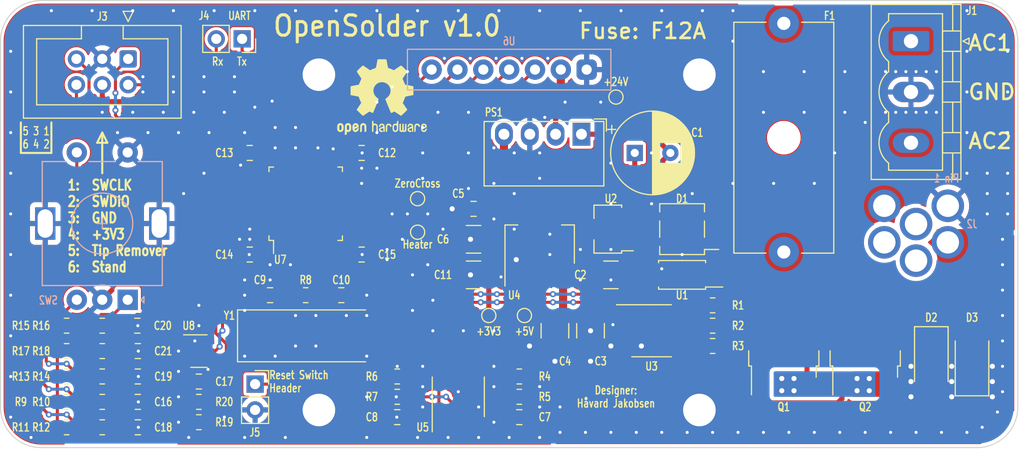
<source format=kicad_pcb>
(kicad_pcb (version 20211014) (generator pcbnew)
  (layers (0 "F.Cu" signal) (31 "B.Cu" signal) (34 "B.Paste" user) (35 "F.Paste" user) (36 "B.SilkS" user "B.Silkscreen") (37 "F.SilkS" user "F.Silkscreen") (38 "B.Mask" user) (39 "F.Mask" user) (44 "Edge.Cuts" user))
  (net 0 "")
  (net 1 "Net-(C1-Pad1)")
  (net 2 "+3V3")
  (net 3 "GND")
  (net 4 "+5V")
  (net 5 "/MCU/HSE_IN")
  (net 6 "/MCU/ENC_SW")
  (net 7 "/MCU/ENC_A")
  (net 8 "/MCU/ENC_B")
  (net 9 "ZERO_CROSS")
  (net 10 "Net-(C1-Pad2)")
  (net 11 "Net-(C10-Pad1)")
  (net 12 "/MCU/SWCLK")
  (net 13 "/MCU/SWDIO")
  (net 14 "/MCU/SCL")
  (net 15 "/MCU/SDA")
  (net 16 "/MCU/TIP_REMOVER")
  (net 17 "/MCU/STAND")
  (net 18 "TIP_CLAMP")
  (net 19 "/AC/AC2")
  (net 20 "TIP_THERMOCOUPLE")
  (net 21 "/AC/AC1")
  (net 23 "/MCU/HSE_OUT")
  (net 24 "THERMOCOUPLE_ADC")
  (net 25 "HEATER")
  (net 26 "/MCU/SCK")
  (net 27 "/MCU/MOSI")
  (net 28 "/MCU/RES")
  (net 29 "/MCU/DC")
  (net 30 "/MCU/CS")
  (net 33 "/MCU/OS")
  (net 34 "/AC/MOS_Gate")
  (net 35 "/AC/MOS_Source")
  (net 36 "Net-(C2-Pad1)")
  (net 37 "/MCU/TIP_REMOVER_CONN")
  (net 38 "/MCU/STAND_CONN")
  (net 39 "/MCU/UART_TX")
  (net 40 "Net-(D1-Pad1)")
  (net 41 "/MCU/UART_RX")
  (net 42 "Net-(R1-Pad2)")
  (net 43 "Net-(R6-Pad2)")
  (net 44 "Net-(R13-Pad2)")
  (net 45 "TIP_CHECK")
  (net 46 "Net-(R15-Pad2)")
  (net 49 "Net-(R17-Pad2)")
  (net 50 "/MCU/NRST")
  (footprint "Resistor_SMD:R_0805_2012Metric" (layer "F.Cu") (at 130 107 180)
    (fp_text reference "R8")
    (fp_text value "390")
  )
  (footprint "Capacitor_SMD:C_0805_2012Metric" (layer "F.Cu") (at 139 119 180)
    (fp_text reference "C8")
    (fp_text value "100n")
  )
  (footprint "Capacitor_SMD:C_0805_2012Metric" (layer "F.Cu") (at 113.5 112.5)
    (fp_text reference "C21")
    (fp_text value "10n")
  )
  (footprint "Package_SO:SOP-4_4.4x2.6mm_P1.27mm" (layer "F.Cu") (at 167 105 180)
    (fp_text reference "U1")
    (fp_text value "VOS628A")
  )
  (footprint "Diode_SMD:D_SMA" (layer "F.Cu") (at 195.5 113.5 90)
    (fp_text reference "D3")
    (fp_text value "S1M")
  )
  (footprint "TestPoint:TestPoint_Pad_D1.0mm" (layer "F.Cu") (at 160.5 87.5)
    (fp_text reference "TP2" hide)
    (fp_text value "+24V")
  )
  (footprint "Package_SO:SOIC-8_3.9x4.9mm_P1.27mm" (layer "F.Cu") (at 145 117 90)
    (fp_text reference "U5")
    (fp_text value "MAX4238ASA")
  )
  (footprint "Connector_IDC:IDC-Header_2x03_P2.54mm_Vertical" (layer "F.Cu") (at 112.545 83.7475 -90)
    (fp_text reference "J3")
    (fp_text value "SWD")
  )
  (footprint "Capacitor_SMD:C_0805_2012Metric" (layer "F.Cu") (at 113.45 110)
    (fp_text reference "C20")
    (fp_text value "10n")
  )
  (footprint "Capacitor_SMD:C_0805_2012Metric" (layer "F.Cu") (at 119.5 115.5)
    (fp_text reference "C17")
    (fp_text value "100n")
  )
  (footprint "Capacitor_SMD:C_0805_2012Metric" (layer "F.Cu") (at 135.5 93)
    (fp_text reference "C12")
    (fp_text value "100n")
  )
  (footprint "TestPoint:TestPoint_Pad_D1.0mm" (layer "F.Cu") (at 151.5 109)
    (fp_text reference "TP4" hide)
    (fp_text value "+5V")
  )
  (footprint "Resistor_SMD:R_0805_2012Metric" (layer "F.Cu") (at 119.5 117.5)
    (fp_text reference "R20")
    (fp_text value "3k3")
  )
  (footprint "Connector_PinSocket_2.54mm:PinSocket_1x02_P2.54mm_Vertical" (layer "F.Cu") (at 125.025 115.75)
    (fp_text reference "J5")
    (fp_text value "Reset_Switch")
  )
  (footprint "Capacitor_SMD:C_0805_2012Metric" (layer "F.Cu") (at 113.5 120)
    (fp_text reference "C18")
    (fp_text value "100n")
  )
  (footprint "Capacitor_THT:CP_Radial_D8.0mm_P3.50mm" (layer "F.Cu") (at 162.347349 93)
    (fp_text reference "C1")
    (fp_text value "47u")
  )
  (footprint "Capacitor_SMD:C_0805_2012Metric" (layer "F.Cu") (at 124.5 93 180)
    (fp_text reference "C13")
    (fp_text value "100n")
  )
  (footprint "Connector_PinSocket_2.54mm:PinSocket_1x02_P2.54mm_Vertical" (layer "F.Cu") (at 123.75 81.775 -90)
    (fp_text reference "J4")
    (fp_text value "UART")
  )
  (footprint "Capacitor_SMD:C_0805_2012Metric" (layer "F.Cu") (at 146.5 98.5 180)
    (fp_text reference "C5")
    (fp_text value "100n")
  )
  (footprint "Resistor_SMD:R_0805_2012Metric" (layer "F.Cu") (at 170 108)
    (fp_text reference "R1")
    (fp_text value "10k")
  )
  (footprint "Resistor_SMD:R_0805_2012Metric" (layer "F.Cu") (at 110 115)
    (fp_text reference "R14")
    (fp_text value "100k")
  )
  (footprint "Resistor_SMD:R_0805_2012Metric" (layer "F.Cu") (at 151 115 180)
    (fp_text reference "R4")
    (fp_text value "10k")
  )
  (footprint "Capacitor_SMD:C_1210_3225Metric" (layer "F.Cu") (at 146.5 101.5 180)
    (fp_text reference "C6")
    (fp_text value "1u")
  )
  (footprint "Resistor_SMD:R_0805_2012Metric" (layer "F.Cu") (at 106.5 112.5)
    (fp_text reference "R17")
    (fp_text value "10k")
  )
  (footprint "0_Howie:PDSE1_DCDC" (layer "F.Cu") (at 157.1075 91.1575 -90)
    (fp_text reference "PS1")
    (fp_text value "PDSE1-S24-S5-S")
  )
  (footprint "Resistor_SMD:R_0805_2012Metric" (layer "F.Cu") (at 151 117)
    (fp_text reference "R5")
    (fp_text value "10k")
  )
  (footprint "Resistor_SMD:R_0805_2012Metric" (layer "F.Cu") (at 139 117 180)
    (fp_text reference "R7")
    (fp_text value "100")
  )
  (footprint "Capacitor_SMD:C_0805_2012Metric" (layer "F.Cu") (at 133.5 107)
    (fp_text reference "C10")
    (fp_text value "20p")
  )
  (footprint "Package_SO:SOIC-8_3.9x4.9mm_P1.27mm" (layer "F.Cu") (at 164 110.5)
    (fp_text reference "U3")
    (fp_text value "Si8751")
  )
  (footprint "TestPoint:TestPoint_Pad_D1.0mm" (layer "F.Cu") (at 148 109)
    (fp_text reference "TP5" hide)
    (fp_text value "+3V3")
  )
  (footprint "Package_SO:TSOP-6_1.65x3.05mm_P0.95mm" (layer "F.Cu") (at 119.5 112.5)
    (fp_text reference "U8")
    (fp_text value "PCT2075GV")
  )
  (footprint "Symbol:OSHW-Logo2_9.8x8mm_SilkScreen" (layer "F.Cu") (at 137.5 87.5)
    (fp_text reference "REF**" hide)
    (fp_text value "OSHW-Logo2_9.8x8mm_SilkScreen" hide)
  )
  (footprint "Capacitor_SMD:C_1210_3225Metric" (layer "F.Cu") (at 158 110.5 -90)
    (fp_text reference "C3")
    (fp_text value "1u")
  )
  (footprint "Capacitor_SMD:C_1210_3225Metric" (layer "F.Cu") (at 160 105 180)
    (fp_text reference "C2")
    (fp_text value "1u")
  )
  (footprint "Connector_Phoenix_MSTB:PhoenixContact_MSTBVA_2,5_3-G_1x03_P5.00mm_Vertical" (layer "F.Cu") (at 189.5 82 -90)
    (fp_text reference "J1")
    (fp_text value "AC_Input")
  )
  (footprint "Fuse:Fuseholder_Cylinder-5x20mm_Schurter_0031_8201_Horizontal_Open" (layer "F.Cu") (at 177 80.25 -90)
    (fp_text reference "F1")
    (fp_text value "Fast 12A")
  )
  (footprint "Capacitor_SMD:C_0805_2012Metric" (layer "F.Cu") (at 126.5 107 180)
    (fp_text reference "C9")
    (fp_text value "20p")
  )
  (footprint "Resistor_SMD:R_0805_2012Metric" (layer "F.Cu") (at 106.5 110)
    (fp_text reference "R15")
    (fp_text value "10k")
  )
  (footprint "TestPoint:TestPoint_Pad_D1.0mm" (layer "F.Cu") (at 141 100.8)
    (fp_text reference "TP3" hide)
    (fp_text value "Heater")
  )
  (footprint "Resistor_SMD:R_0805_2012Metric" (layer "F.Cu") (at 110 110)
    (fp_text reference "R16")
    (fp_text value "100k")
  )
  (footprint "Resistor_SMD:R_0805_2012Metric" (layer "F.Cu") (at 110 112.5)
    (fp_text reference "R18")
    (fp_text value "100k")
  )
  (footprint "Capacitor_SMD:C_1210_3225Metric" (layer "F.Cu") (at 146.5 105 180)
    (fp_text reference "C11")
    (fp_text value "1u")
  )
  (footprint "Capacitor_SMD:C_0805_2012Metric" (layer "F.Cu") (at 151 119 180)
    (fp_text reference "C7")
    (fp_text value "10n")
  )
  (footprint "TestPoint:TestPoint_Pad_D1.0mm" (layer "F.Cu") (at 141 97.5)
    (fp_text reference "TP1" hide)
    (fp_text value "ZeroCross")
  )
  (footprint "Package_TO_SOT_SMD:SOT-89-3" (layer "F.Cu") (at 160 100.5 180)
    (fp_text reference "U2")
    (fp_text value "L78L24_SOT89")
  )
  (footprint "Capacitor_SMD:C_0805_2012Metric" (layer "F.Cu") (at 135.5 103)
    (fp_text reference "C15")
    (fp_text value "100n")
  )
  (footprint "Resistor_SMD:R_0805_2012Metric" (layer "F.Cu") (at 110 117.5)
    (fp_text reference "R10")
    (fp_text value "100k")
  )
  (footprint "Capacitor_SMD:C_0805_2012Metric" (layer "F.Cu") (at 124.5 103 180)
    (fp_text reference "C14")
    (fp_text value "100n")
  )
  (footprint "Resistor_SMD:R_0805_2012Metric" (layer "F.Cu") (at 170 112)
    (fp_text reference "R3")
    (fp_text value "10k")
  )
  (footprint "Package_TO_SOT_SMD:TO-269AA" (layer "F.Cu") (at 167 100.5 180)
    (fp_text reference "D1")
    (fp_text value "MB6S-TP")
  )
  (footprint "Package_QFP:LQFP-48_7x7mm_P0.5mm" (layer "F.Cu") (at 130 98 90)
    (fp_text reference "U7")
    (fp_text value "STM32F072CBTx")
  )
  (footprint "Package_TO_SOT_SMD:SOT-223" (layer "F.Cu") (at 153 102 90)
    (fp_text reference "U4")
    (fp_text value "AP2111H-3.3")
  )
  (footprint "Resistor_SMD:R_0805_2012Metric" (layer "F.Cu") (at 170 110)
    (fp_text reference "R2")
    (fp_text value "10k")
  )
  (footprint "Capacitor_SMD:C_0805_2012Metric" (layer "F.Cu") (at 113.5 115)
    (fp_text reference "C19")
    (fp_text value "100n")
  )
  (footprint "Resistor_SMD:R_0805_2012Metric" (layer "F.Cu") (at 139 115)
    (fp_text reference "R6")
    (fp_text value "22k")
  )
  (footprint "Resistor_SMD:R_0805_2012Metric" (layer "F.Cu") (at 119.5 119.5)
    (fp_text reference "R19")
    (fp_text value "3k3")
  )
  (footprint "Crystal:Crystal_SMD_HC49-SD" (layer "F.Cu") (at 130 111)
    (fp_text reference "Y1")
    (fp_text value "Crystal_8MHz")
  )
  (footprint "Resistor_SMD:R_0805_2012Metric" (layer "F.Cu") (at 106.5 115)
    (fp_text reference "R13")
    (fp_text value "10k")
  )
  (footprint "Capacitor_SMD:C_1210_3225Metric" (layer "F.Cu") (at 154.5 110.5 -90)
    (fp_text reference "C4")
    (fp_text value "1u")
  )
  (footprint "Package_TO_SOT_SMD:TO-252-2" (layer "F.Cu") (at 185 111.5 90)
    (fp_text reference "Q2")
    (fp_text value "KIA50N06BD")
  )
  (footprint "Capacitor_SMD:C_0805_2012Metric" (layer "F.Cu") (at 113.5 117.5)
    (fp_text reference "C16")
    (fp_text value "100n")
  )
  (footprint "Diode_SMD:D_SMA" (layer "F.Cu") (at 191.5 113.5 -90)
    (fp_text reference "D2")
    (fp_text value "S1M")
  )
  (footprint "Resistor_SMD:R_0805_2012Metric" (layer "F.Cu") (at 106.5 117.5)
    (fp_text reference "R9")
    (fp_text value "10k")
  )
  (footprint "Resistor_SMD:R_0805_2012Metric" (layer "F.Cu") (at 110 120)
    (fp_text reference "R12")
    (fp_text value "100k")
  )
  (footprint "Resistor_SMD:R_0805_2012Metric" (layer "F.Cu") (at 106.5 120)
    (fp_text reference "R11")
    (fp_text value "10k")
  )
  (footprint "Package_TO_SOT_SMD:TO-252-2" (layer "F.Cu") (at 177 111.5 90)
    (fp_text reference "Q1")
    (fp_text value "KIA50N06BD")
  )
  (footprint "0_Howie:OLED_SSD1306_SPI_1.54" (layer "B.Cu") (at 150 100 180)
    (fp_text reference "U6")
    (fp_text value "OLED")
  )
  (footprint "0_Howie:Hirose_RPC1" (layer "B.Cu") (at 190 100 180)
    (fp_text reference "J2")
    (fp_text value "Hirose RPC1-12RB-6P(71)")
  )
  (footprint "0_Howie:RotaryEncoder_PEC11R_PEC12R" (layer "B.Cu") (at 112.5 107.45 90)
    (fp_text reference "SW2")
    (fp_text value "PEC11R-RotEnc")
  )
  (gr_line (start 110 91) (end 109.5 92) (layer "F.SilkS") (width 0.2))
  (gr_line (start 110 91) (end 110 95) (layer "F.SilkS") (width 0.2))
  (gr_line (start 110.5 92) (end 110 91) (layer "F.SilkS") (width 0.2))
  (gr_line (start 102 90) (end 102 93) (layer "F.SilkS") (width 0.2))
  (gr_line (start 102 93) (end 105 93) (layer "F.SilkS") (width 0.2))
  (gr_line (start 109.5 92) (end 110.5 92) (layer "F.SilkS") (width 0.2))
  (gr_line (start 105 93) (end 105 90) (layer "F.SilkS") (width 0.2))
  (gr_arc locked (start 104 122) (mid 101.171573 120.828427) (end 100 118) (layer "Edge.Cuts") (width 0.1))
  (gr_line locked (start 100 118) (end 100 82) (layer "Edge.Cuts") (width 0.1))
  (gr_line locked (start 200 118) (end 200 82) (layer "Edge.Cuts") (width 0.1))
  (gr_arc locked (start 100 82) (mid 101.171573 79.171573) (end 104 78) (layer "Edge.Cuts") (width 0.1))
  (gr_arc locked (start 196 78) (mid 198.828427 79.171573) (end 200 82) (layer "Edge.Cuts") (width 0.1))
  (gr_arc locked (start 200 118) (mid 198.828427 120.828427) (end 196 122) (layer "Edge.Cuts") (width 0.1))
  (gr_line locked (start 196 122) (end 104 122) (layer "Edge.Cuts") (width 0.1))
  (gr_line locked (start 196 78) (end 104 78) (layer "Edge.Cuts") (width 0.1))
  (gr_text "Reset Switch\nHeader" (at 126.355 115.5) (layer "F.SilkS") (effects (font (size 0.8 0.6) (thickness 0.125)) (justify left)))
  (gr_text "AC1\n\nGND\n\nAC2" (at 195 87) (layer "F.SilkS") (effects (font (size 1.5 1.5) (thickness 0.25)) (justify left)))
  (gr_text "Designer:\nHåvard Jakobsen" (at 160.5 117) (layer "F.SilkS") (effects (font (size 0.8 0.6) (thickness 0.125))))
  (gr_text "1:  SWCLK\n2:  SWDIO\n3:  GND\n4:  +3V3\n5:  Tip Remover\n6:  Stand\n\n" (at 106.5 101) (layer "F.SilkS") (effects (font (size 1 0.8) (thickness 0.2)) (justify left)))
  (gr_text "OpenSolder v1.0" (at 138 80.5) (layer "F.SilkS") (effects (font (size 2 1.8) (thickness 0.3))))
  (gr_text "Fuse: F12A" (at 169.5 81) (layer "F.SilkS") (effects (font (size 1.5 1.5) (thickness 0.25)) (justify right)))
  (gr_text "UART" (at 123.5 79.5) (layer "F.SilkS") (effects (font (size 0.8 0.6) (thickness 0.125))))
  (gr_text "Rx   Tx" (at 122.5 84) (layer "F.SilkS") (effects (font (size 0.8 0.6) (thickness 0.125))))
  (gr_text "5 3 1\n6 4 2" (at 103.5 91.5) (layer "F.SilkS") (effects (font (size 0.8 0.6) (thickness 0.125))))
  (segment (start 162.347349 97.052651) (end 161.65 97.75) (width 0.5) (layer "F.Cu") (net 1))
  (segment (start 163.925 99.23) (end 162.93 99.23) (width 0.5) (layer "F.Cu") (net 1))
  (segment (start 162.93 99.23) (end 162.7 99) (width 0.5) (layer "F.Cu") (net 1))
  (segment (start 161.65 97.75) (end 161.65 99) (width 0.5) (layer "F.Cu") (net 1))
  (segment (start 162.7 99) (end 161.65 99) (width 0.5) (layer "F.Cu") (net 1))
  (segment (start 162.347349 93) (end 162.347349 97.052651) (width 0.5) (layer "F.Cu") (net 1))
  (segment (start 139.95 119) (end 141.5 119) (width 0.3) (layer "F.Cu") (net 2))
  (segment (start 118.5875 119.5) (end 118.5875 119.7875) (width 0.3) (layer "F.Cu") (net 2))
  (segment (start 148 105.025) (end 147.975 105) (width 0.5) (layer "F.Cu") (net 2))
  (segment (start 134.7 101.6) (end 133.6 101.6) (width 0.5) (layer "F.Cu") (net 2))
  (segment (start 118.55 115.5) (end 118.55 117.4625) (width 0.3) (layer "F.Cu") (net 2))
  (segment (start 127.25 101.45) (end 126.9 101.1) (width 0.3) (layer "F.Cu") (net 2))
  (segment (start 147.45 90.05) (end 147.45 98.5) (width 0.8) (layer "F.Cu") (net 2))
  (segment (start 139.95 119) (end 139.95 119.85) (width 0.3) (layer "F.Cu") (net 2))
  (segment (start 127.25 93.8375) (end 127.25 94.45) (width 0.3) (layer "F.Cu") (net 2))
  (segment (start 127.25 94.45) (end 126.9 94.8) (width 0.3) (layer "F.Cu") (net 2))
  (segment (start 152 101.5) (end 149.8 101.5) (width 0.8) (layer "F.Cu") (net 2))
  (segment (start 160.105 108.595) (end 161.525 108.595) (width 0.5) (layer "F.Cu") (net 2))
  (segment (start 137.1 119.8) (end 137.1 106.9) (width 0.3) (layer "F.Cu") (net 2))
  (segment (start 149.4 109) (end 150.9 110.5) (width 0.5) (layer "F.Cu") (net 2))
  (segment (start 141.975 119.475) (end 143.095 119.475) (width 0.3) (layer "F.Cu") (net 2))
  (segment (start 134.55 93) (end 134.55 93.55) (width 0.5) (layer "F.Cu") (net 2))
  (segment (start 148 109) (end 142.7 109) (width 0.5) (layer "F.Cu") (net 2))
  (segment (start 127.25 93.8375) (end 127.25 95.15) (width 0.3) (layer "F.Cu") (net 2))
  (segment (start 153 105.15) (end 153 102.5) (width 0.8) (layer "F.Cu") (net 2))
  (segment (start 144.365 115.135) (end 144.365 114.525) (width 0.3) (layer "F.Cu") (net 2))
  (segment (start 134.7 101.6) (end 134.55 101.75) (width 0.5) (layer "F.Cu") (net 2))
  (segment (start 118.5875 119.5) (end 118.5875 117.5) (width 0.3) (layer "F.Cu") (net 2))
  (segment (start 155.08 86.32) (end 152.4 89) (width 0.8) (layer "F.Cu") (net 2))
  (segment (start 134.55 93.55) (end 133.2 94.9) (width 0.5) (layer "F.Cu") (net 2))
  (segment (start 142.7 109) (end 141.5 107.8) (width 0.5) (layer "F.Cu") (net 2))
  (segment (start 152.4 89) (end 148.5 89) (width 0.8) (layer "F.Cu") (net 2))
  (segment (start 105.5875 112.5) (end 105.5875 115) (width 0.3) (layer "F.Cu") (net 2))
  (segment (start 157.375 109.025) (end 158 109.025) (width 0.5) (layer "F.Cu") (net 2))
  (segment (start 127.25 102.1625) (end 127.25 101.45) (width 0.3) (layer "F.Cu") (net 2))
  (segment (start 150.9 110.5) (end 155.9 110.5) (width 0.5) (layer "F.Cu") (net 2))
  (segment (start 127.25 102.1625) (end 127.25 100.75) (width 0.3) (layer "F.Cu") (net 2))
  (segment (start 135.9 105.7) (end 131.8 105.7) (width 0.3) (layer "F.Cu") (net 2))
  (segment (start 110.005 86.2875) (end 110.005 87.505) (width 0.5) (layer "F.Cu") (net 2))
  (segment (start 138.4 101.6) (end 134.7 101.6) (width 0.5) (layer "F.Cu") (net 2))
  (segment (start 119.8 121) (end 121.7 121) (width 0.3) (layer "F.Cu") (net 2))
  (segment (start 122.8 119.9) (end 122.8 105.3) (width 0.3) (layer "F.Cu") (net 2))
  (segment (start 118.34 113.45) (end 118.34 114.14) (width 0.3) (layer "F.Cu") (net 2))
  (segment (start 147.975 101.5) (end 147.975 100.475) (width 0.8) (layer "F.Cu") (net 2))
  (segment (start 125.45 90.35) (end 125.45 93) (width 0.5) (layer "F.Cu") (net 2))
  (segment (start 126.55 100.75) (end 126.9 101.1) (width 0.3) (layer "F.Cu") (net 2))
  (segment (start 148 109) (end 149.4 109) (width 0.5) (layer "F.Cu") (net 2))
  (segment (start 148 109) (end 148 105.025) (width 0.5) (layer "F.Cu") (net 2))
  (segment (start 118.55 114.35) (end 118.55 115.5) (width 0.3) (layer "F.Cu") (net 2))
  (segment (start 155.9 110.5) (end 157.375 109.025) (width 0.5) (layer "F.Cu") (net 2))
  (segment (start 147.975 101.5) (end 147.975 105) (width 0.8) (layer "F.Cu") (net 2))
  (segment (start 139.6 120.2) (end 137.5 120.2) (width 0.3) (layer "F.Cu") (net 2))
  (segment (start 143.095 119.475) (end 143.095 116.405) (width 0.3) (layer "F.Cu") (net 2))
  (segment (start 131.8 105.7) (end 131.25 105.15) (width 0.3) (layer "F.Cu") (net 2))
  (segment (start 134.55 101.75) (end 134.55 103) (width 0.5) (layer "F.Cu") (net 2))
  (segment (start 125.45 93.35) (end 126.9 94.8) (width 0.5) (layer "F.Cu") (net 2))
  (segment (start 137.1 106.9) (end 135.9 105.7) (width 0.3) (layer "F.Cu") (net 2))
  (segment (start 133.55 95.25) (end 133.2 94.9) (width 0.3) (layer "F.Cu") (net 2))
  (segment (start 133.2 94.9) (end 132.7 95.4) (width 0.5) (layer "F.Cu") (net 2))
  (segment (start 118.5875 119.7875) (end 119.8 121) (width 0.3) (layer "F.Cu") (net 2))
  (segment (start 118.55 117.4625) (end 118.5875 117.5) (width 0.3) (layer "F.Cu") (net 2))
  (segment (start 122.8 105.3) (end 123.6 104.5) (width 0.3) (layer "F.Cu") (net 2))
  (segment (start 118.34 114.14) (end 118.55 114.35) (width 0.3) (layer "F.Cu") (net 2))
  (segment (start 141.5 107.8) (end 141.5 104.7) (width 0.5) (layer "F.Cu") (net 2))
  (segment (start 110.450489 87.950489) (end 123.050489 87.950489) (width 0.5) (layer "F.Cu") (net 2))
  (segment (start 143.095 116.405) (end 144.365 115.135) (width 0.3) (layer "F.Cu") (net 2))
  (segment (start 131.25 100.35) (end 131.7 99.9) (width 0.3) (layer "F.Cu") (net 2))
  (segment (start 105.5875 115) (end 105.5875 117.5) (width 0.3) (layer "F.Cu") (net 2))
  (segment (start 125.45 102.55) (end 126.9 101.1) (width 0.5) (layer "F.Cu") (net 2))
  (segment (start 125.45 103) (end 125.45 102.55) (width 0.5) (layer "F.Cu") (net 2))
  (segment (start 125.45 93) (end 125.45 93.35) (width 0.5) (layer "F.Cu") (net 2))
  (segment (start 105.5875 120) (end 105.5875 120.19375) (width 0.3) (layer "F.Cu") (net 2))
  (segment (start 105.5875 120) (end 105.5875 117.5) (width 0.3) (layer "F.Cu") (net 2))
  (segment (start 141.5 104.7) (end 138.4 101.6) (width 0.5) (layer "F.Cu") (net 2))
  (segment (start 147.45 99.95) (end 147.45 98.5) (width 0.8) (layer "F.Cu") (net 2))
  (segment (start 125.45 104.05) (end 125.45 103) (width 0.3) (layer "F.Cu") (net 2))
  (segment (start 139.95 119.85) (end 139.6 120.2) (width 0.3) (layer "F.Cu") (net 2))
  (segment (start 137.5 120.2) (end 137.1 119.8) (width 0.3) (layer "F.Cu") (net 2))
  (segment (start 134.1625 95.25) (end 133.55 95.25) (width 0.3) (layer "F.Cu") (net 2))
  (segment (start 117 121.3) (end 118.5875 119.7125) (width 0.3) (layer "F.Cu") (net 2))
  (segment (start 125.8375 100.75) (end 126.55 100.75) (width 0.3) (layer "F.Cu") (net 2))
  (segment (start 155.08 84.8) (end 155.08 86.32) (width 0.8) (layer "F.Cu") (net 2))
  (segment (start 153 102.5) (end 152 101.5) (width 0.8) (layer "F.Cu") (net 2))
  (segment (start 141.5 119) (end 141.975 119.475) (width 0.3) (layer "F.Cu") (net 2))
  (segment (start 131.9 99.9) (end 133.6 101.6) (width 0.3) (layer "F.Cu") (net 2))
  (segment (start 131.7 99.9) (end 131.9 99.9) (width 0.3) (layer "F.Cu") (net 2))
  (segment (start 121.7 121) (end 122.8 119.9) (width 0.3) (layer "F.Cu") (net 2))
  (segment (start 134.1625 95.25) (end 132.85 95.25) (width 0.3) (layer "F.Cu") (net 2))
  (segment (start 126.9 94.8) (end 127.4 95.3) (width 0.5) (layer "F.Cu") (net 2))
  (segment (start 105.5875 110) (end 105.5875 112.5) (width 0.3) (layer "F.Cu") (net 2))
  (segment (start 125.8375 100.75) (end 127.25 100.75) (width 0.3) (layer "F.Cu") (net 2))
  (segment (start 132.85 95.25) (end 132.7 95.4) (width 0.3) (layer "F.Cu") (net 2))
  (segment (start 148.5 89) (end 147.45 90.05) (width 0.8) (layer "F.Cu") (net 2))
  (segment (start 127.25 100.75) (end 127.4 100.6) (width 0.3) (layer "F.Cu") (net 2))
  (segment (start 131.25 102.1625) (end 131.25 100.35) (width 0.3) (layer "F.Cu") (net 2))
  (segment (start 147.975 100.475) (end 147.45 99.95) (width 0.8) (layer "F.Cu") (net 2))
  (segment (start 110.005 87.505) (end 110.450489 87.950489) (width 0.5) (layer "F.Cu") (net 2))
  (segment (start 126.9 101.1) (end 127.4 100.6) (width 0.5) (layer "F.Cu") (net 2))
  (segment (start 105.5875 120.19375) (end 106.69375 121.3) (width 0.3) (layer "F.Cu") (net 2))
  (segment (start 123.6 104.5) (end 125 104.5) (width 0.3) (layer "F.Cu") (net 2))
  (segment (start 106.69375 121.3) (end 117 121.3) (width 0.3) (layer "F.Cu") (net 2))
  (segment (start 123.050489 87.950489) (end 125.45 90.35) (width 0.5) (layer "F.Cu") (net 2))
  (segment (start 159.675 109.025) (end 160.105 108.595) (width 0.5) (layer "F.Cu") (net 2))
  (segment (start 149.8 101.5) (end 147.975 101.5) (width 0.8) (layer "F.Cu") (net 2))
  (segment (start 118.5875 119.7125) (end 118.5875 119.5) (width 0.3) (layer "F.Cu") (net 2))
  (segment (start 125 104.5) (end 125.45 104.05) (width 0.3) (layer "F.Cu") (net 2))
  (segment (start 127.25 95.15) (end 127.4 95.3) (width 0.3) (layer "F.Cu") (net 2))
  (segment (start 131.25 105.15) (end 131.25 102.1625) (width 0.3) (layer "F.Cu") (net 2))
  (segment (start 158 109.025) (end 159.675 109.025) (width 0.5) (layer "F.Cu") (net 2))
  (segment (start 135.25 95.75) (end 135.5 96) (width 0.3) (layer "F.Cu") (net 3))
  (segment (start 134.1625 95.75) (end 135.25 95.75) (width 0.3) (layer "F.Cu") (net 3))
  (segment (start 114.45 120) (end 113.5495 120) (width 0.3) (layer "F.Cu") (net 3))
  (segment (start 145.025 105) (end 146.2 105) (width 0.8) (layer "F.Cu") (net 3))
  (segment (start 118.34 111.55) (end 118.34 112.5) (width 0.3) (layer "F.Cu") (net 3))
  (segment (start 126.75 98.75) (end 126.92452 98.92452) (width 0.3) (layer "F.Cu") (net 3))
  (segment (start 132.75 92.65) (end 132.75 93.8375) (width 0.3) (layer "F.Cu") (net 3))
  (segment (start 127.75 102.1625) (end 128.25 102.1625) (width 0.3) (layer "F.Cu") (net 3))
  (segment (start 114.45 115) (end 113.5495 115) (width 0.3) (layer "F.Cu") (net 3))
  (segment (start 133.07548 99.000841) (end 133.324639 99.25) (width 0.3) (layer "F.Cu") (net 3))
  (segment (start 130.75 93.8375) (end 131.25 93.8375) (width 0.3) (layer "F.Cu") (net 3))
  (segment (start 128.75 93.8375) (end 129.25 93.8375) (width 0.3) (layer "F.Cu") (net 3))
  (segment (start 126.92452 98.92452) (end 126.92452 100.000841) (width 0.3) (layer "F.Cu") (net 3))
  (segment (start 134.1625 96.75) (end 134.1625 96.25) (width 0.3) (layer "F.Cu") (net 3))
  (segment (start 120.45 115.5) (end 120.45 114.35) (width 0.3) (layer "F.Cu") (net 3))
  (segment (start 145.55 98.5) (end 144.4 98.5) (width 0.8) (layer "F.Cu") (net 3))
  (segment (start 128.25 102.1625) (end 128.75 102.1625) (width 0.3) (layer "F.Cu") (net 3))
  (segment (start 130.52596 101.07548) (end 130.75 101.29952) (width 0.3) (layer "F.Cu") (net 3))
  (segment (start 127.4 92.5) (end 127.75 92.85) (width 0.3) (layer "F.Cu") (net 3))
  (segment (start 135.25 96.25) (end 134.1625 96.25) (width 0.3) (layer "F.Cu") (net 3))
  (segment (start 130.75 101.29952) (end 130.75 102.1625) (width 0.3) (layer "F.Cu") (net 3))
  (segment (start 128.999159 101.07548) (end 130.52596 101.07548) (width 0.3) (layer "F.Cu") (net 3))
  (segment (start 128.75 102.1625) (end 128.75 101.324639) (width 0.3) (layer "F.Cu") (net 3))
  (segment (start 134.1625 95.75) (end 134.1625 96.25) (width 0.3) (layer "F.Cu") (net 3))
  (segment (start 123.55 93) (end 123.55 94.15) (width 0.3) (layer "F.Cu") (net 3))
  (segment (start 128.75 92.75) (end 129 92.5) (width 0.3) (layer "F.Cu") (net 3))
  (segment (start 135.5 96.5) (end 135.5 96) (width 0.3) (layer "F.Cu") (net 3))
  (segment (start 127.75 92.85) (end 127.75 93.8375) (width 0.3) (layer "F.Cu") (net 3))
  (segment (start 119.1 111.5) (end 118.39 111.5) (width 0.3) (layer "F.Cu") (net 3))
  (segment (start 164.965 104.365) (end 163.8125 104.365) (width 0.3) (layer "F.Cu") (net 3))
  (segment (start 133.07548 96.999159) (end 133.07548 99.000841) (width 0.3) (layer "F.Cu") (net 3))
  (segment (start 114.4 110) (end 113.5 110) (width 0.3) (layer "F.Cu") (net 3))
  (segment (start 135.5495 93) (end 136.45 93) (width 0.3) (layer "F.Cu") (net 3))
  (segment (start 120.45 114.35) (end 120.4 114.3) (width 0.3) (layer "F.Cu") (net 3))
  (segment (start 123.55 103) (end 124.4505 103) (width 0.3) (layer "F.Cu") (net 3))
  (segment (start 129.25 93.8375) (end 129.25 92.75) (width 0.3) (layer "F.Cu") (net 3))
  (segment (start 131.25 92.55) (end 131.25 93.8375) (width 0.3) (layer "F.Cu") (net 3))
  (segment (start 150.7 105.15) (end 150.7 103.5) (width 0.8) (layer "F.Cu") (net 3))
  (segment (start 145.025 101.5) (end 146.2 101.5) (width 0.8) (layer "F.Cu") (net 3))
  (segment (start 128.75 93.8375) (end 128.75 92.75) (width 0.3) (layer "F.Cu") (net 3))
  (segment (start 135.5 96) (end 135.25 96.25) (width 0.3) (layer "F.Cu") (net 3))
  (segment (start 114.45 112.5) (end 113.5495 112.5) (width 0.3) (layer "F.Cu") (net 3))
  (segment (start 138.9505 119) (end 138.05 119) (width 0.3) (layer "F.Cu") (net 3))
  (segment (start 128.75 101.324639) (end 128.999159 101.07548) (width 0.3) (layer "F.Cu") (net 3))
  (segment (start 123.55 94.15) (end 123.6 94.2) (width 0.3) (layer "F.Cu") (net 3))
  (segment (start 126.675361 100.25) (end 125.8375 100.25) (width 0.3) (layer "F.Cu") (net 3))
  (segment (start 134.1625 96.75) (end 135.25 96.75) (width 0.3) (layer "F.Cu") (net 3))
  (segment (start 124.75 100.25) (end 124.5 100.5) (width 0.3) (layer "F.Cu") (net 3))
  (segment (start 138.0875 117) (end 138.9005 117) (width 0.3) (layer "F.Cu") (net 3))
  (segment (start 126.92452 100.000841) (end 126.675361 100.25) (width 0.3) (layer "F.Cu") (net 3))
  (segment (start 118.34 112.5) (end 117.5 112.5) (width 0.3) (layer "F.Cu") (net 3))
  (segment (start 127 92.5) (end 127.4 92.5) (width 0.3) (layer "F.Cu") (net 3))
  (segment (start 132.25 93.8375) (end 131.75 93.8375) (width 0.3) (layer "F.Cu") (net 3))
  (segment (start 131.2 92.5) (end 131.25 92.55) (width 0.3) (layer "F.Cu") (net 3))
  (segment (start 165 104.4) (end 164.965 104.365) (width 0.3) (layer "F.Cu") (net 3))
  (segment (start 133.324639 96.75) (end 133.07548 96.999159) (width 0.3) (layer "F.Cu") (net 3))
  (segment (start 134.1625 96.75) (end 133.324639 96.75) (width 0.3) (layer "F.Cu") (net 3))
  (segment (start 135.25 96.75) (end 135.5 96.5) (width 0.3) (layer "F.Cu") (net 3))
  (segment (start 160.235 109.865) (end 161.525 109.865) (width 0.3) (layer "F.Cu") (net 3))
  (segment (start 132.7 92.6) (end 132.75 92.65) (width 0.3) (layer "F.Cu") (net 3))
  (segment (start 133.324639 99.25) (end 134.1625 99.25) (width 0.3) (layer "F.Cu") (net 3))
  (segment (start 118.39 111.5) (end 118.34 111.55) (width 0.3) (layer "F.Cu") (net 3))
  (segment (start 160.2 109.9) (end 160.235 109.865) (width 0.3) (layer "F.Cu") (net 3))
  (segment (start 136.45 103) (end 135.5495 103) (width 0.3) (layer "F.Cu") (net 3))
  (segment (start 114.45 117.5) (end 113.5495 117.5) (width 0.3) (layer "F.Cu") (net 3))
  (segment (start 131.25 93.8375) (end 131.75 93.8375) (width 0.3) (layer "F.Cu") (net 3))
  (segment (start 125.8375 100.25) (end 124.75 100.25) (width 0.3) (layer "F.Cu") (net 3))
  (segment (start 125.8375 98.75) (end 126.75 98.75) (width 0.3) (layer "F.Cu") (net 3))
  (segment (start 132.75 93.8375) (end 132.25 93.8375) (width 0.3) (layer "F.Cu") (net 3))
  (segment (start 129.25 92.75) (end 129 92.5) (width 0.3) (layer "F.Cu") (net 3))
  (via (at 145.5 110.5) (size 0.6) (drill 0.3) (layers "F.Cu" "B.Cu") (net 3))
  (via (at 145 79) (size 0.6) (drill 0.3) (layers "F.Cu" "B.Cu") (net 3))
  (via (at 124 121) (size 0.6) (drill 0.3) (layers "F.Cu" "B.Cu") (net 3))
  (via (at 117 85.5) (size 0.6) (drill 0.3) (layers "F.Cu" "B.Cu") (net 3))
  (via (at 117.5 114.5) (size 0.6) (drill 0.3) (layers "F.Cu" "B.Cu") (net 3))
  (via (at 150.7 103.5) (size 1) (drill 0.5) (layers "F.Cu" "B.Cu") (net 3))
  (via (at 138.5 86.5) (size 0.6) (drill 0.3) (layers "F.Cu" "B.Cu") (net 3))
  (via (at 138 103.5) (size 0.6) (drill 0.3) (layers "F.Cu" "B.Cu") (net 3))
  (via (at 146 93) (size 0.6) (drill 0.3) (layers "F.Cu" "B.Cu") (net 3))
  (via (at 137 91) (size 0.6) (drill 0.3) (layers "F.Cu" "B.Cu") (net 3))
  (via (at 148.5 96) (size 0.6) (drill 0.3) (layers "F.Cu" "B.Cu") (net 3))
  (via (at 114 85.5) (size 0.6) (drill 0.3) (layers "F.Cu" "B.Cu") (net 3))
  (via (at 123.6 94.2) (size 0.6) (drill 0.3) (layers "F.Cu" "B.Cu") (net 3))
  (via (at 135.5495 103) (size 0.6) (drill 0.3) (layers "F.Cu" "B.Cu") (net 3))
  (via (at 195 95) (size 0.6) (drill 0.3) (layers "F.Cu" "B.Cu") (net 3))
  (via (at 150.5 97) (size 0.6) (drill 0.3) (layers "F.Cu" "B.Cu") (net 3))
  (via (at 152 112) (size 1) (drill 0.5) (layers "F.Cu" "B.Cu") (net 3))
  (via (at 175 89) (size 0.6) (drill 0.3) (layers "F.Cu" "B.Cu") (net 3))
  (via (at 164 93) (size 0.6) (drill 0.3) (layers "F.Cu" "B.Cu") (net 3))
  (via (at 198.5 106.5) (size 0.6) (drill 0.3) (layers "F.Cu" "B.Cu") (net 3))
  (via (at 127 90.5) (size 0.6) (drill 0.3) (layers "F.Cu" "B.Cu") (net 3))
  (via (at 193.5 117) (size 1) (drill 0.5) (layers "F.Cu" "B.Cu") (net 3))
  (via (at 123.5 101.5) (size 0.6) (drill 0.3) (layers "F.Cu" "B.Cu") (net 3))
  (via (at 141.5 114) (size 0.6) (drill 0.3) (layers "F.Cu" "B.Cu") (net 3))
  (via (at 120 85.5) (size 0.6) (drill 0.3) (layers "F.Cu" "B.Cu") (net 3))
  (via (at 113.5495 120) (size 0.6) (drill 0.3) (layers "F.Cu" "B.Cu") (net 3))
  (via (at 140.5 105) (size 0.6) (drill 0.3) (layers "F.Cu" "B.Cu") (net 3))
  (via (at 142.5 107.5) (size 0.6) (drill 0.3) (layers "F.Cu" "B.Cu") (net 3))
  (via (at 113.5495 112.5) (size 0.6) (drill 0.3) (layers "F.Cu" "B.Cu") (net 3))
  (via (at 124 108.5) (size 0.6) (drill 0.3) (layers "F.Cu" "B.Cu") (net 3))
  (via (at 179 85) (size 0.6) (drill 0.3) (layers "F.Cu" "B.Cu") (net 3))
  (via (at 199 95) (size 0.6) (drill 0.3) (layers "F.Cu" "B.Cu") (net 3))
  (via (at 143 89) (size 0.6) (drill 0.3) (layers "F.Cu" "B.Cu") (net 3))
  (via (at 163 112) (size 1) (drill 0.5) (layers "F.Cu" "B.Cu") (net 3))
  (via (at 119 89) (size 0.6) (drill 0.3) (layers "F.Cu" "B.Cu") (net 3))
  (via (at 135.5 96) (size 0.6) (drill 0.3) (layers "F.Cu" "B.Cu") (net 3))
  (via (at 137 79) (size 0.6) (drill 0.3) (layers "F.Cu" "B.Cu") (net 3))
  (via (at 155.5 88) (size 0.6) (drill 0.3) (layers "F.Cu" "B.Cu") (net 3))
  (via (at 141.5 90.5) (size 0.6) (drill 0.3) (layers "F.Cu" "B.Cu") (net 3))
  (via (at 113 89) (size 0.6) (drill 0.3) (layers "F.Cu" "B.Cu") (net 3))
  (via (at 141.5 118) (size 0.6) (drill 0.3) (layers "F.Cu" "B.Cu") (net 3))
  (via (at 109 79) (size 0.6) (drill 0.3) (layers "F.Cu" "B.Cu") (net 3))
  (via (at 141.5 93) (size 0.6) (drill 0.3) (layers "F.Cu" "B.Cu") (net 3))
  (via (at 189 89) (size 0.6) (drill 0.3) (layers "F.Cu" "B.Cu") (net 3))
  (via (at 168 97) (size 0.6) (drill 0.3) (layers "F.Cu" "B.Cu") (net 3))
  (via (at 105 79) (size 0.6) (drill 0.3) (layers "F.Cu" "B.Cu") (net 3))
  (via (at 142.5 110.5) (size 0.6) (drill 0.3) (layers "F.Cu" "B.Cu") (net 3))
  (via (at 198 118.5) (size 0.6) (drill 0.3) (layers "F.Cu" "B.Cu") (net 3))
  (via (at 135.5 94.5) (size 0.6) (drill 0.3) (layers "F.Cu" "B.Cu") (net 3))
  (via (at 191 85) (size 0.6) (drill 0.3) (layers "F.Cu" "B.Cu") (net 3))
  (via (at 124 105.5) (size 0.6) (drill 0.3) (layers "F.Cu" "B.Cu") (net 3))
  (via (at 123 87) (size 0.6) (drill 0.3) (layers "F.Cu" "B.Cu") (net 3))
  (via (at 197.5 117) (size 1) (drill 0.5) (layers "F.Cu" "B.Cu") (net 3))
  (via (at 155 118) (size 0.6) (drill 0.3) (layers "F.Cu" "B.Cu") (net 3))
  (via (at 114.5 91) (size 0.6) (drill 0.3) (layers "F.Cu" "B.Cu") (net 3))
  (via (at 195 87) (size 0.6) (drill 0.3) (layers "F.Cu" "B.Cu") (net 3))
  (via (at 198.5 116.5) (size 0.6) (drill 0.3) (layers "F.Cu" "B.Cu") (net 3))
  (via (at 101 87) (size 0.6) (drill 0.3) (layers "F.Cu" "B.Cu") (net 3))
  (via (at 148.5 110.5) (size 0.6) (drill 0.3) (layers "F.Cu" "B.Cu") (net 3))
  (via (at 119.1 111.5) (size 0.6) (drill 0.3) (layers "F.Cu" "B.Cu") (net 3))
  (via (at 134 109) (size 0.6) (drill 0.3) (layers "F.Cu" "B.Cu") (net 3))
  (via (at 148.5 114) (size 0.6) (drill 0.3) (layers "F.Cu" "B.Cu") (net 3))
  (via (at 118.5 121) (size 0.6) (drill 0.3) (layers "F.Cu" "B.Cu") (net 3))
  (via (at 192 89) (size 0.6) (drill 0.3) (layers "F.Cu" "B.Cu") (net 3))
  (via (at 101 99) (size 0.6) (drill 0.3) (layers "F.Cu" "B.Cu") (net 3))
  (via (at 148.5 92.5) (size 0.6) (drill 0.3) (layers "F.Cu" "B.Cu") (net 3))
  (via (at 175 85) (size 0.6) (drill 0.3) (layers "F.Cu" "B.Cu") (net 3))
  (via (at 195 91) (size 0.6) (drill 0.3) (layers "F.Cu" "B.Cu") (net 3))
  (via (at 147 118) (size 0.6) (drill 0.3) (layers "F.Cu" "B.Cu") (net 3))
  (via (at 129 109) (size 0.6) (drill 0.3) (layers "F.Cu" "B.Cu") (net 3))
  (via (at 136 107) (size 0.6) (drill 0.3) (layers "F.Cu" "B.Cu") (net 3))
  (via (at 111.5 91) (size 0.6) (drill 0.3) (layers "F.Cu" "B.Cu") (net 3))
  (via (at 198.5 101.5) (size 0.6) (drill 0.3) (layers "F.Cu" "B.Cu") (net 3))
  (via (at 153.797 83.693) (size 0.6) (drill 0.3) (layers "F.Cu" "B.Cu") (net 3))
  (via (at 185 120.5) (size 0.6) (drill 0.3) (layers "F.Cu" "B.Cu") (net 3))
  (via (at 141 121) (size 0.6) (drill 0.3) (layers "F.Cu" "B.Cu") (net 3))
  (via (at 198.5 111.5) (size 0.6) (drill 0.3) (layers "F.Cu" "B.Cu") (net 3))
  (via (at 101 107) (size 0.6) (drill 0.3) (layers "F.Cu" "B.Cu") (net 3))
  (via (at 146.177 83.693) (size 0.6) (drill 0.3) (layers "F.Cu" "B.Cu") (net 3))
  (via (at 148.717 83.693) (size 0.6) (drill 0.3) (layers "F.Cu" "B.Cu") (net 3))
  (via (at 101 111) (size 0.6) (drill 0.3) (layers "F.Cu" "B.Cu") (net 3))
  (via (at 192 85) (size 0.6) (drill 0.3) (layers "F.Cu" "B.Cu") (net 3))
  (via (at 132.7 92.6) (size 0.6) (drill 0.3) (layers "F.Cu" "B.Cu") (net 3))
  (via (at 199 91) (size 0.6) (drill 0.3) (layers "F.Cu" "B.Cu") (net 3))
  (via (at 183 85) (size 0.6) (drill 0.3) (layers "F.Cu" "B.Cu") (net 3))
  (via (at 199 99) (size 0.6) (drill 0.3) (layers "F.Cu" "B.Cu") (net 3))
  (via (at 159 88) (size 0.6) (drill 0.3) (layers "F.Cu" "B.Cu") (net 3))
  (via (at 113.5495 117.5) (size 0.6) (drill 0.3) (layers "F.Cu" "B.Cu") (net 3))
  (via (at 129 90.5) (size 0.6) (drill 0.3) (layers "F.Cu" "B.Cu") (net 3))
  (via (at 190 89) (size 0.6) (drill 0.3) (layers "F.Cu" "B.Cu") (net 3))
  (via (at 150.5 93) (size 0.6) (drill 0.3) (layers "F.Cu" "B.Cu") (net 3))
  (via (at 197 99) (size 0.6) (drill 0.3) (layers "F.Cu" "B.Cu") (net 3))
  (via (at 160 94) (size 0.6) (drill 0.3) (layers "F.Cu" "B.Cu") (net 3))
  (via (at 125 88.5) (size 0.6) (drill 0.3) (layers "F.Cu" "B.Cu") (net 3))
  (via (at 197 97) (size 0.6) (drill 0.3) (layers "F.Cu" "B.Cu") (net 3))
  (via (at 190 85) (size 0.6) (drill 0.3) (layers "F.Cu" "B.Cu") (net 3))
  (via (at 189 85) (size 0.6) (drill 0.3) (layers "F.Cu" "B.Cu") (net 3))
  (via (at 160.2 109.9) (size 0.6) (drill 0.3) (layers "F.Cu" "B.Cu") (net 3))
  (via (at 122 119) (size 0.6) (drill 0.3) (layers "F.Cu" "B.Cu") (net 3))
  (via (at 164 98) (size 0.6) (drill 0.3) (layers "F.Cu" "B.Cu") (net 3))
  (via (at 120 95) (size 0.6) (drill 0.3) (layers "F.Cu" "B.Cu") (net 3))
  (via (at 154.5 113.5) (size 1) (drill 0.5) (layers "F.Cu" "B.Cu") (net 3))
  (via (at 180 96) (size 0.6) (drill 0.3) (layers "F.Cu" "B.Cu") (net 3))
  (via (at 117.5 117) (size 0.6) (drill 0.3) (layers "F.Cu" "B.Cu") (net 3))
  (via (at 120 87) (size 0.6) (drill 0.3) (layers "F.Cu" "B.Cu") (net 3))
  (via (at 129 92.5) (size 0.6) (drill 0.3) (layers "F.Cu" "B.Cu") (net 3))
  (via (at 172 82) (size 0.6) (drill 0.3) (layers "F.Cu" "B.Cu") (net 3))
  (via (at 153 95.5) (size 0.6) (drill 0.3) (layers "F.Cu" "B.Cu") (net 3))
  (via (at 158 113.5) (size 1) (drill 0.5) (layers "F.Cu" "B.Cu") (net 3))
  (via (at 196.5 120) (size 0.6) (drill 0.3) (layers "F.Cu" "B.Cu") (net 3))
  (via (at 189.5 117) (size 1) (drill 0.5) (layers "F.Cu" "B.Cu") (net 3))
  (via (at 110 89) (size 0.6) (drill 0.3) (layers "F.Cu" "B.Cu") (net 3))
  (via (at 138.5 99) (size 0.6) (drill 0.3) (layers "F.Cu" "B.Cu") (net 3))
  (via (at 153 79) (size 0.6) (drill 0.3) (layers "F.Cu" "B.Cu") (net 3))
  (via (at 149.2 105.2) (size 0.6) (drill 0.3) (layers "F.Cu" "B.Cu") (net 3))
  (via (at 119.5 110) (size 0.6) (drill 0.3) (layers "F.Cu" "B.Cu") (net 3))
  (via (at 138 102.5) (size 0.6) (drill 0.3) (layers "F.Cu" "B.Cu") (net 3))
  (via (at 133 79) (size 0.6) (drill 0.3) (layers "F.Cu" "B.Cu") (net 3))
  (via (at 157 79) (size 0.6) (drill 0.3) (layers "F.Cu" "B.Cu") (net 3))
  (via (at 140 99) (size 0.6) (drill 0.3) (layers "F.Cu" "B.Cu") (net 3))
  (via (at 131.2 92.5) (size 0.6) (drill 0.3) (layers "F.Cu" "B.Cu") (net 3))
  (via (at 117.5 112.5) (size 0.6) (drill 0.3) (layers "F.Cu" "B.Cu") (net 3))
  (via (at 142 104) (size 0.6) (drill 0.3) (layers "F.Cu" "B.Cu") (net 3))
  (via (at 113.5 110) (size 0.6) (drill 0.3) (layers "F.Cu" "B.Cu") (net 3))
  (via (at 145 116.5) (size 0.6) (drill 0.3) (layers "F.Cu" "B.Cu") (net 3))
  (via (at 150.5 100.5) (size 0.6) (drill 0.3) (layers "F.Cu" "B.Cu") (net 3))
  (via (at 131 112) (size 0.6) (drill 0.3) (layers "F.Cu" "B.Cu") (net 3))
  (via (at 160 112) (size 1) (drill 0.5) (layers "F.Cu" "B.Cu") (net 3))
  (via (at 147 121) (size 0.6) (drill 0.3) (layers "F.Cu" "B.Cu") (net 3))
  (via (at 146 96.5) (size 0.6) (drill 0.3) (layers "F.Cu" "B.Cu") (net 3))
  (via (at 148.5 116) (size 0.6) (drill 0.3) (layers "F.Cu" "B.Cu") (net 3))
  (via (at 101 103) (size 0.6) (drill 0.3) (layers "F.Cu" "B.Cu") (net 3))
  (via (at 118 97) (size 0.6) (drill 0.3) (layers "F.Cu" "B.Cu") (net 3))
  (via (at 161 79) (size 0.6) (drill 0.3) (layers "F.Cu" "B.Cu") (net 3))
  (via (at 124 113) (size 0.6) (drill 0.3) (layers "F.Cu" "B.Cu") (net 3))
  (via (at 191 89) (size 0.6) (drill 0.3) (layers "F.Cu" "B.Cu") (net 3))
  (via (at 101 95) (size 0.6) (drill 0.3) (layers "F.Cu" "B.Cu") (net 3))
  (via (at 165 120.5) (size 0.6) (drill 0.3) (layers "F.Cu" "B.Cu") (net 3))
  (via (at 146.2 101.5) (size 1) (drill 0.5) (layers "F.Cu" "B.Cu") (net 3))
  (via (at 124 107) (size 0.6) (drill 0.3) (layers "F.Cu" "B.Cu") (net 3))
  (via (at 172 79) (size 0.6) (drill 0.3) (layers "F.Cu" "B.Cu") (net 3))
  (via (at 199 97) (size 0.6) (drill 0.3) (layers "F.Cu" "B.Cu") (net 3))
  (via (at 128.5 104) (size 0.6) (drill 0.3) (layers "F.Cu" "B.Cu") (net 3))
  (via (at 199 87) (size 0.6) (drill 0.3) (layers "F.Cu" "B.Cu") (net 3))
  (via (at 198.5 114) (size 0.6) (drill 0.3) (layers "F.Cu" "B.Cu") (net 3))
  (via (at 187.5 120.5) (size 0.6) (drill 0.3) (layers "F.Cu" "B.Cu") (net 3))
  (via (at 131 109) (size 0.6) (drill 0.3) (layers "F.Cu" "B.Cu") (net 3))
  (via (at 169 79) (size 0.6) (drill 0.3) (layers "F.Cu" "B.Cu") (net 3))
  (via (at 158 110.5) (size 1) (drill 0.5) (layers "F.Cu" "B.Cu") (net 3))
  (via (at 198.5 104) (size 0.6) (drill 0.3) (layers "F.Cu" "B.Cu") (net 3))
  (via (at 170 120.5) (size 0.6) (drill 0.3) (layers "F.Cu" "B.Cu") (net 3))
  (via (at 187 89) (size 0.6) (drill 0.3) (layers "F.Cu" "B.Cu") (net 3))
  (via (at 101 91) (size 0.6) (drill 0.3) (layers "F.Cu" "B.Cu") (net 3))
  (via (at 183 89) (size 0.6) (drill 0.3) (layers "F.Cu" "B.Cu") (net 3))
  (via (at 165 104.4) (size 0.6) (drill 0.3) (layers "F.Cu" "B.Cu") (net 3))
  (via (at 146 89) (size 0.6) (drill 0.3) (layers "F.Cu" "B.Cu") (net 3))
  (via (at 128 121) (size 0.6) (drill 0.3) (layers "F.Cu" "B.Cu") (net 3))
  (via (at 116 89) (size 0.6) (drill 0.3) (layers "F.Cu" "B.Cu") (net 3))
  (via (at 160 105.5) (size 0.6) (drill 0.3) (layers "F.Cu" "B.Cu") (net 3))
  (via (at 127 92.5) (size 0.6) (drill 0.3) (layers "F.Cu" "B.Cu") (net 3))
  (via (at 144.4 98.5) (size 1) (drill 0.5) (layers "F.Cu" "B.Cu") (net 3))
  (via (at 142 99) (size 0.6) (drill 0.3) (layers "F.Cu" "B.Cu") (net 3))
  (via (at 172.5 120.5) (size 0.6) (drill 0.3) (layers "F.Cu" "B.Cu") (net 3))
  (via (at 101 115) (size 0.6) (drill 0.3) (layers "F.Cu" "B.Cu") (net 3))
  (via (at 122 89) (size 0.6) (drill 0.3) (layers "F.Cu" "B.Cu") (net 3))
  (via (at 199 83) (size 0.6) (drill 0.3) (layers "F.Cu" "B.Cu") (net 3))
  (via (at 189.5 115.5) (size 1) (drill 0.5) (layers "F.Cu" "B.Cu") (net 3))
  (via (at 154 103) (size 0.6) (drill 0.3) (layers "F.Cu" "B.Cu") (net 3))
  (via (at 197.5 115.5) (size 1) (drill 0.5) (layers "F.Cu" "B.Cu") (net 3))
  (via (at 144 121) (size 0.6) (drill 0.3) (layers "F.Cu" "B.Cu") (net 3))
  (via (at 120.5 91) (size 0.6) (drill 0.3) (layers "F.Cu" "B.Cu") (net 3))
  (via (at 136 109) (size 0.6) (drill 0.3) (layers "F.Cu" "B.Cu") (net 3))
  (via (at 157.5 120.5) (size 0.6) (drill 0.3) (layers "F.Cu" "B.Cu") (net 3))
  (via (at 126.5 104) (size 0.6) (drill 0.3) (layers "F.Cu" "B.Cu") (net 3))
  (via (at 137 88) (size 0.6) (drill 0.3) (layers "F.Cu" "B.Cu") (net 3))
  (via (at 113.5495 115) (size 0.6) (drill 0.3) (layers "F.Cu" "B.Cu") (net 3))
  (via (at 195 120.5) (size 0.6) (drill 0.3) (layers "F.Cu" "B.Cu") (net 3))
  (via (at 103 121) (size 0.6) (drill 0.3) (layers "F.Cu" "B.Cu") (net 3))
  (via (at 189.5 114) (size 1) (drill 0.5) (layers "F.Cu" "B.Cu") (net 3))
  (via (at 124 91) (size 0.6) (drill 0.3) (layers "F.Cu" "B.Cu") (net 3))
  (via (at 177.5 120.5) (size 0.6) (drill 0.3) (layers "F.Cu" "B.Cu") (net 3))
  (via (at 139.5 101.5) (size 0.6) (drill 0.3) (layers "F.Cu" "B.Cu") (net 3))
  (via (at 143.5 100.5) (size 0.6) (drill 0.3) (layers "F.Cu" "B.Cu") (net 3))
  (via (at 198.5 109) (size 0.6) (drill 0.3) (layers "F.Cu" "B.Cu") (net 3))
  (via (at 182 93) (size 0.6) (drill 0.3) (layers "F.Cu" "B.Cu") (net 3))
  (via (at 167 103) (size 0.6) (drill 0.3) (layers "F.Cu" "B.Cu") (net 3))
  (via (at 154 101) (size 0.6) (drill 0.3) (layers "F.Cu" "B.Cu") (net 3))
  (via (at 157 102.5) (size 0.6) (drill 0.3) (layers "F.Cu" "B.Cu") (net 3))
  (via (at 139 114) (size 0.6) (drill 0.3) (layers "F.Cu" "B.Cu") (net 3))
  (via (at 125 79) (size 0.6) (drill 0.3) (layers "F.Cu" "B.Cu") (net 3))
  (via (at 157 105.5) (size 0.6) (drill 0.3) (layers "F.Cu" "B.Cu") (net 3))
  (via (at 182.5 120.5) (size 0.6) (drill 0.3) (layers "F.Cu" "B.Cu") (net 3))
  (via (at 136 121) (size 0.6) (drill 0.3) (layers "F.Cu" "B.Cu") (net 3))
  (via (at 179 89) (size 0.6) (drill 0.3) (layers "F.Cu" "B.Cu") (net 3))
  (via (at 117.5 91) (size 0.6) (drill 0.3) (layers "F.Cu" "B.Cu") (net 3))
  (via (at 176 96) (size 0.6) (drill 0.3) (layers "F.Cu" "B.Cu") (net 3))
  (via (at 124.4505 103) (size 0.6) (drill 0.3) (layers "F.Cu" "B.Cu") (net 3))
  (via (at 151.257 83.693) (size 0.6) (drill 0.3) (layers "F.Cu" "B.Cu") (net 3))
  (via (at 193.5 114) (size 1) (drill 0.5) (layers "F.Cu" "B.Cu") (net 3))
  (via (at 162.5 120.5) (size 0.6) (drill 0.3) (layers "F.Cu" "B.Cu") (net 3))
  (via (at 140 85) (size 0.6) (drill 0.3) (layers "F.Cu" "B.Cu") (net 3))
  (via (at 195 83) (size 0.6) (drill 0.3) (layers "F.Cu" "B.Cu") (net 3))
  (via (at 126.5 105.5) (size 0.6) (drill 0.3) (layers "F.Cu" "B.Cu") (net 3))
  (via (at 113 79) (size 0.6) (drill 0.3) (layers "F.Cu" "B.Cu") (net 3))
  (via (at 175 120.5) (size 0.6) (drill 0.3) (layers "F.Cu" "B.Cu") (net 3))
  (via (at 149 79) (size 0.6) (drill 0.3) (layers "F.Cu" "B.Cu") (net 3))
  (via (at 101 83) (size 0.6) (drill 0.3) (layers "F.Cu" "B.Cu") (net 3))
  (via (at 188 85) (size 0.6) (drill 0.3) (layers "F.Cu" "B.Cu") (net 3))
  (via (at 153 121) (size 0.6) (drill 0.3) (layers "F.Cu" "B.Cu") (net 3))
  (via (at 153.5 89.5) (size 0.6) (drill 0.3) (layers "F.Cu" "B.Cu") (net 3))
  (via (at 190 120.5) (size 0.6) (drill 0.3) (layers "F.Cu" "B.Cu") (net 3))
  (via (at 140.5 108.5) (size 0.6) (drill 0.3) (layers "F.Cu" "B.Cu") (net 3))
  (via (at 148.5 119.5) (size 0.6) (drill 0.3) (layers "F.Cu" "B.Cu") (net 3))
  (via (at 187 85) (size 0.6) (drill 0.3) (layers "F.Cu" "B.Cu") (net 3))
  (via (at 165 79) (size 0.6) (drill 0.3) (layers "F.Cu" "B.Cu") (net 3))
  (via (at 138.9505 119) (size 0.6) (drill 0.3) (layers "F.Cu" "B.Cu") (net 3))
  (via (at 129 112) (size 0.6) (drill 0.3) (layers "F.Cu" "B.Cu") (net 3))
  (via (at 172 96) (size 0.6) (drill 0.3) (layers "F.Cu" "B.Cu") (net 3))
  (via (at 141.5 116) (size 0.6) (drill 0.3) (layers "F.Cu" "B.Cu") (net 3))
  (via (at 197 95) (size 0.6) (drill 0.3) (layers "F.Cu" "B.Cu") (net 3))
  (via (at 193.5 115.5) (size 1) (drill 0.5) (layers "F.Cu" "B.Cu") (net 3))
  (via (at 153 116) (size 0.6) (drill 0.3) (layers "F.Cu" "B.Cu") (net 3))
  (via (at 124.5 101.5) (size 0.6) (drill 0.3) (layers "F.Cu" "B.Cu") (net 3))
  (via (at 160 102.5) (size 0.6) (drill 0.3) (layers "F.Cu" "B.Cu") (net 3))
  (via (at 167.5 120.5) (size 0.6) (drill 0.3) (layers "F.Cu" "B.Cu") (net 3))
  (via (at 119.5 108) (size 0.6) (drill 0.3) (layers "F.Cu" "B.Cu") (net 3))
  (via (at 146.2 105) (size 1) (drill 0.5) (layers "F.Cu" "B.Cu") (net 3))
  (via (at 185 90) (size 0.6) (drill 0.3) (layers "F.Cu" "B.Cu") (net 3))
  (via (at 153 118) (size 0.6) (drill 0.3) (layers "F.Cu" "B.Cu") (net 3))
  (via (at 192.5 120.5) (size 0.6) (drill 0.3) (layers "F.Cu" "B.Cu") (net 3))
  (via (at 135.5495 93) (size 0.6) (drill 0.3) (layers "F.Cu" "B.Cu") (net 3))
  (via (at 148.5 99.5) (size 0.6) (drill 0.3) (layers "F.Cu" "B.Cu") (net 3))
  (via (at 117.5 119.5) (size 0.6) (drill 0.3) (layers "F.Cu" "B.Cu") (net 3))
  (via (at 141.5 95.5) (size 0.6) (drill 0.3) (layers "F.Cu" "B.Cu") (net 3))
  (via (at 114 87) (size 0.6) (drill 0.3) (layers "F.Cu" "B.Cu") (net 3))
  (via (at 141 79) (size 0.6) (drill 0.3) (layers "F.Cu" "B.Cu") (net 3))
  (via (at 188 89) (size 0.6) (drill 0.3) (layers "F.Cu" "B.Cu") (net 3))
  (via (at 124.5 100.5) (size 0.6) (drill 0.3) (layers "F.Cu" "B.Cu") (net 3))
  (via (at 127 113) (size 0.6) (drill 0.3) (layers "F.Cu" "B.Cu") (net 3))
  (via (at 101 119) (size 0.6) (drill 0.3) (layers "F.Cu" "B.Cu") (net 3))
  (via (at 117 87) (size 0.6) (drill 0.3) (layers "F.Cu" "B.Cu") (net 3))
  (via (at 117 79) (size 0.6) (drill 0.3) (layers "F.Cu" "B.Cu") (net 3))
  (via (at 197.5 114) (size 1) (drill 0.5) (layers "F.Cu" "B.Cu") (net 3))
  (via (at 138.9005 117) (size 0.6) (drill 0.3) (layers "F.Cu" "B.Cu") (net 3))
  (via (at 129 79) (size 0.6) (drill 0.3) (layers "F.Cu" "B.Cu") (net 3))
  (via (at 155 120.5) (size 0.6) (drill 0.3) (layers "F.Cu" "B.Cu") (net 3))
  (via (at 123 85.5) (size 0.6) (drill 0.3) (layers "F.Cu" "B.Cu") (net 3))
  (via (at 120.4 114.3) (size 0.6) (drill 0.3) (layers "F.Cu" "B.Cu") (net 3))
  (via (at 195 79) (size 0.6) (drill 0.3) (layers "F.Cu" "B.Cu") (net 3))
  (via (at 180 120.5) (size 0.6) (drill 0.3) (layers "F.Cu" "B.Cu") (net 3))
  (via (at 150 121) (size 0.6) (drill 0.3) (layers "F.Cu" "B.Cu") (net 3))
  (via (at 137 94.5) (size 0.6) (drill 0.3) (layers "F.Cu" "B.Cu") (net 3))
  (via (at 121 79) (size 0.6) (drill 0.3) (layers "F.Cu" "B.Cu") (net 3))
  (via (at 143.637 83.693) (size 0.6) (drill 0.3) (layers "F.Cu" "B.Cu") (net 3))
  (via (at 160 120.5) (size 0.6) (drill 0.3) (layers "F.Cu" "B.Cu") (net 3))
  (via (at 126.7 87.9) (size 0.6) (drill 0.3) (layers "F.Cu" "B.Cu") (net 3))
  (via (at 136 117) (size 0.6) (drill 0.3) (layers "F.Cu" "B.Cu") (net 3))
  (via (at 153 93) (size 0.6) (drill 0.3) (layers "F.Cu" "B.Cu") (net 3))
  (via (at 136 113) (size 0.6) (drill 0.3) (layers "F.Cu" "B.Cu") (net 3))
  (via (at 160 98) (size 0.6) (drill 0.3) (layers "F.Cu" "B.Cu") (net 3))
  (segment (start 154.5 109.025) (end 151.525 109.025) (width 0.8) (layer "F.Cu") (net 4))
  (segment (start 154.5 109.025) (end 154.975 109.025) (width 0.8) (layer "F.Cu") (net 4))
  (segment (start 155.3 101) (end 155.3 105.15) (width 0.8) (layer "F.Cu") (net 4))
  (segment (start 155.3 108.7) (end 155.3 105.15) (width 0.8) (layer "F.Cu") (net 4))
  (segment (start 156.2 100.1) (end 155.3 101) (width 0.8) (layer "F.Cu") (net 4))
  (segment (start 152.7 96.8) (end 155.3 96.8) (width 0.8) (layer "F.Cu") (net 4))
  (segment (start 156.2 97.7) (end 156.2 100.1) (width 0.8) (layer "F.Cu") (net 4))
  (segment (start 149.4875 93.5875) (end 152.7 96.8) (width 0.8) (layer "F.Cu") (net 4))
  (segment (start 155.3 96.8) (end 156.2 97.7) (width 0.8) (layer "F.Cu") (net 4))
  (segment (start 154.975 109.025) (end 155.3 108.7) (width 0.8) (layer "F.Cu") (net 4))
  (segment (start 151.525 109.025) (end 151.5 109) (width 0.8) (layer "F.Cu") (net 4))
  (segment (start 149.4875 91.1575) (end 149.4875 93.5875) (width 0.8) (layer "F.Cu") (net 4))
  (segment (start 125.75 111) (end 125.75 109.5) (width 0.3) (layer "F.Cu") (net 5))
  (segment (start 127 109) (end 127.45 108.55) (width 0.3) (layer "F.Cu") (net 5))
  (segment (start 127.45 105.35) (end 128 104.8) (width 0.3) (layer "F.Cu") (net 5))
  (segment (start 127.45 108.55) (end 127.45 107) (width 0.3) (layer "F.Cu") (net 5))
  (segment (start 128.9 104.8) (end 129.25 104.45) (width 0.3) (layer "F.Cu") (net 5))
  (segment (start 126.25 109) (end 127 109) (width 0.3) (layer "F.Cu") (net 5))
  (segment (start 128 104.8) (end 128.9 104.8) (width 0.3) (layer "F.Cu") (net 5))
  (segment (start 127.45 107) (end 127.45 105.35) (width 0.3) (layer "F.Cu") (net 5))
  (segment (start 129.25 104.45) (end 129.25 102.1625) (width 0.3) (layer "F.Cu") (net 5))
  (segment (start 125.75 109.5) (end 126.25 109) (width 0.3) (layer "F.Cu") (net 5))
  (segment (start 121.85 96.75) (end 118.9 99.7) (width 0.3) (layer "F.Cu") (net 6))
  (segment (start 115.4 113.5) (end 115.2 113.7) (width 0.3) (layer "F.Cu") (net 6))
  (segment (start 115.4 111.6) (end 115.4 113.5) (width 0.3) (layer "F.Cu") (net 6))
  (segment (start 125.8375 96.75) (end 121.85 96.75) (width 0.3) (layer "F.Cu") (net 6))
  (segment (start 118.9 105.4) (end 116.1 108.2) (width 0.3) (layer "F.Cu") (net 6))
  (segment (start 116.1 108.2) (end 116.1 110.9) (width 0.3) (layer "F.Cu") (net 6))
  (segment (start 118.9 99.7) (end 118.9 105.4) (width 0.3) (layer "F.Cu") (net 6))
  (segment (start 112.55 115) (end 110.9125 115) (width 0.3) (layer "F.Cu") (net 6))
  (segment (start 115.2 113.7) (end 113.625 113.7) (width 0.3) (layer "F.Cu") (net 6))
  (segment (start 113.625 113.7) (end 112.55 114.775) (width 0.3) (layer "F.Cu") (net 6))
  (segment (start 116.1 110.9) (end 115.4 111.6) (width 0.3) (layer "F.Cu") (net 6))
  (segment (start 112.55 114.775) (end 112.55 115) (width 0.3) (layer "F.Cu") (net 6))
  (segment (start 117.7 99.3) (end 121.25 95.75) (width 0.3) (layer "F.Cu") (net 7))
  (segment (start 114.7 108.9) (end 115 108.6) (width 0.3) (layer "F.Cu") (net 7))
  (segment (start 115 108.6) (end 115 107.7) (width 0.3) (layer "F.Cu") (net 7))
  (segment (start 121.25 95.75) (end 125.8375 95.75) (width 0.3) (layer "F.Cu") (net 7))
  (segment (start 112.5 109.8) (end 113.4 108.9) (width 0.3) (layer "F.Cu") (net 7))
  (segment (start 112.5 110) (end 110.9125 110) (width 0.3) (layer "F.Cu") (net 7))
  (segment (start 115 107.7) (end 117.7 105) (width 0.3) (layer "F.Cu") (net 7))
  (segment (start 113.4 108.9) (end 114.7 108.9) (width 0.3) (layer "F.Cu") (net 7))
  (segment (start 117.7 105) (end 117.7 99.3) (width 0.3) (layer "F.Cu") (net 7))
  (segment (start 112.5 110) (end 112.5 109.8) (width 0.3) (layer "F.Cu") (net 7))
  (segment (start 114.8 111.3) (end 115.5 110.6) (width 0.3) (layer "F.Cu") (net 8))
  (segment (start 118.3 99.5) (end 121.55 96.25) (width 0.3) (layer "F.Cu") (net 8))
  (segment (start 118.3 105.2) (end 118.3 99.5) (width 0.3) (layer "F.Cu") (net 8))
  (segment (start 121.55 96.25) (end 125.8375 96.25) (width 0.3) (layer "F.Cu") (net 8))
  (segment (start 112.55 112.5) (end 112.55 112.35) (width 0.3) (layer "F.Cu") (net 8))
  (segment (start 115.5 110.6) (end 115.5 108) (width 0.3) (layer "F.Cu") (net 8))
  (segment (start 115.5 108) (end 118.3 105.2) (width 0.3) (layer "F.Cu") (net 8))
  (segment (start 112.55 112.35) (end 113.6 111.3) (width 0.3) (layer "F.Cu") (net 8))
  (segment (start 110.9125 112.5) (end 112.55 112.5) (width 0.3) (layer "F.Cu") (net 8))
  (segment (start 113.6 111.3) (end 114.8 111.3) (width 0.3) (layer "F.Cu") (net 8))
  (segment (start 144.1 106.9) (end 143.6 106.4) (width 0.3) (layer "F.Cu") (net 9))
  (segment (start 154.3 106.9) (end 148.8 106.9) (width 0.3) (layer "F.Cu") (net 9))
  (segment (start 141.7 99.9) (end 141 99.9) (width 0.3) (layer "F.Cu") (net 9))
  (segment (start 141 99.9) (end 141 97.5) (width 0.3) (layer "F.Cu") (net 9))
  (segment (start 140.15 100.25) (end 134.1625 100.25) (width 0.3) (layer "F.Cu") (net 9))
  (segment (start 140.5 99.9) (end 140.15 100.25) (width 0.3) (layer "F.Cu") (net 9))
  (segment (start 143.6 101.8) (end 141.7 99.9) (width 0.3) (layer "F.Cu") (net 9))
  (segment (start 141 99.9) (end 140.5 99.9) (width 0.3) (layer "F.Cu") (net 9))
  (segment (start 147.2 106.9) (end 144.1 106.9) (width 0.3) (layer "F.Cu") (net 9))
  (segment (start 143.6 106.4) (end 143.6 101.8) (width 0.3) (layer "F.Cu") (net 9))
  (segment (start 163.3 106.9) (end 163.8125 106.3875) (width 0.3) (layer "F.Cu") (net 9))
  (segment (start 156.3 106.9) (end 163.3 106.9) (width 0.3) (layer "F.Cu") (net 9))
  (segment (start 163.8125 106.3875) (end 163.8125 105.635) (width 0.3) (layer "F.Cu") (net 9))
  (via (at 156.3 106.9) (size 0.6) (drill 0.3) (layers "F.Cu" "B.Cu") (net 9))
  (via (at 148.8 106.9) (size 0.6) (drill 0.3) (layers "F.Cu" "B.Cu") (net 9))
  (via (at 154.3 106.9) (size 0.6) (drill 0.3) (layers "F.Cu" "B.Cu") (net 9))
  (via (at 147.2 106.9) (size 0.6) (drill 0.3) (layers "F.Cu" "B.Cu") (net 9))
  (segment (start 147.2 106.9) (end 148.8 106.9) (width 0.3) (layer "B.Cu") (net 9))
  (segment (start 156.3 106.9) (end 154.3 106.9) (width 0.3) (layer "B.Cu") (net 9))
  (segment (start 165.1 93.747349) (end 165.1 99.85) (width 0.5) (layer "F.Cu") (net 10))
  (segment (start 161.5625 100.5) (end 163.4 100.5) (width 0.5) (layer "F.Cu") (net 10))
  (segment (start 164.004849 91.1575) (end 165.847349 93) (width 0.5) (layer "F.Cu") (net 10))
  (segment (start 163.925 101.025) (end 163.925 101.77) (width 0.5) (layer "F.Cu") (net 10))
  (segment (start 159 100.5) (end 158.525 100.975) (width 0.5) (layer "F.Cu") (net 10))
  (segment (start 157.1075 91.1575) (end 164.004849 91.1575) (width 0.5) (layer "F.Cu") (net 10))
  (segment (start 161.5625 100.5) (end 159 100.5) (width 0.5) (layer "F.Cu") (net 10))
  (segment (start 158.525 100.975) (end 158.525 105) (width 0.5) (layer "F.Cu") (net 10))
  (segment (start 163.4 100.5) (end 163.925 101.025) (width 0.5) (layer "F.Cu") (net 10))
  (segment (start 165.847349 93) (end 165.1 93.747349) (width 0.5) (layer "F.Cu") (net 10))
  (segment (start 165.1 99.85) (end 163.925 101.025) (width 0.5) (layer "F.Cu") (net 10))
  (segment (start 134.25 111) (end 133.4 111) (width 0.3) (layer "F.Cu") (net 11))
  (segment (start 132.55 110.15) (end 132.55 107) (width 0.3) (layer "F.Cu") (net 11))
  (segment (start 130.9125 107) (end 132.55 107) (width 0.3) (layer "F.Cu") (net 11))
  (segment (start 133.4 111) (end 132.55 110.15) (width 0.3) (layer "F.Cu") (net 11))
  (segment (start 111.3 89.3) (end 111.8 89.8) (width 0.3) (layer "F.Cu") (net 12))
  (segment (start 111.3 87.1) (end 111.3 84.9925) (width 0.3) (layer "F.Cu") (net 12))
  (segment (start 111.8 89.8) (end 121.1 89.8) (width 0.3) (layer "F.Cu") (net 12))
  (segment (start 121.6 90.3) (end 121.6 94.3) (width 0.3) (layer "F.Cu") (net 12))
  (segment (start 122.55 95.25) (end 125.8375 95.25) (width 0.3) (layer "F.Cu") (net 12))
  (segment (start 111.3 88.8) (end 111.3 89.3) (width 0.3) (layer "F.Cu") (net 12))
  (segment (start 121.6 94.3) (end 122.55 95.25) (width 0.3) (layer "F.Cu") (net 12))
  (segment (start 121.1 89.8) (end 121.6 90.3) (width 0.3) (layer "F.Cu") (net 12))
  (segment (start 111.3 84.9925) (end 112.545 83.7475) (width 0.3) (layer "F.Cu") (net 12))
  (via (at 111.3 87.1) (size 0.6) (drill 0.3) (layers "F.Cu" "B.Cu") (net 12))
  (via (at 111.3 88.8) (size 0.6) (drill 0.3) (layers "F.Cu" "B.Cu") (net 12))
  (segment (start 111.3 88.8) (end 111.3 87.1) (width 0.3) (layer "B.Cu") (net 12))
  (segment (start 128.25 93.8375) (end 128.25 90.55) (width 0.3) (layer "F.Cu") (net 13))
  (segment (start 123.9875 86.2875) (end 112.545 86.2875) (width 0.3) (layer "F.Cu") (net 13))
  (segment (start 128.25 90.55) (end 123.9875 86.2875) (width 0.3) (layer "F.Cu") (net 13))
  (segment (start 122.2 111.785978) (end 122.2 113.1) (width 0.3) (layer "F.Cu") (net 14))
  (segment (start 121.85 116.0625) (end 121.85 113.45) (width 0.3) (layer "F.Cu") (net 14))
  (segment (start 123.35 99.25) (end 121.59952 101.00048) (width 0.3) (layer "F.Cu") (net 14))
  (segment (start 120.4125 117.5) (end 121.85 116.0625) (width 0.3) (layer "F.Cu") (net 14))
  (segment (start 125.8375 99.25) (end 123.35 99.25) (width 0.3) (layer "F.Cu") (net 14))
  (segment (start 121.599519 107.206909) (end 121.15952 107.646908) (width 0.3) (layer "F.Cu") (net 14))
  (segment (start 121.15952 110.745498) (end 122.2 111.785978) (width 0.3) (layer "F.Cu") (net 14))
  (segment (start 121.85 113.45) (end 120.66 113.45) (width 0.3) (layer "F.Cu") (net 14))
  (segment (start 121.15952 107.646908) (end 121.15952 110.745498) (width 0.3) (layer "F.Cu") (net 14))
  (segment (start 121.59952 101.00048) (end 121.599519 107.206909) (width 0.3) (layer "F.Cu") (net 14))
  (segment (start 122.2 113.1) (end 121.85 113.45) (width 0.3) (layer "F.Cu") (net 14))
  (segment (start 125.8375 98.25) (end 123.45 98.25) (width 0.3) (layer "F.Cu") (net 15))
  (segment (start 119.55048 118.63798) (end 119.55048 112.04952) (width 0.3) (layer "F.Cu") (net 15))
  (segment (start 120.4125 119.5) (end 119.55048 118.63798) (width 0.3) (layer "F.Cu") (net 15))
  (segment (start 120.66 107.44) (end 120.66 111.55) (width 0.3) (layer "F.Cu") (net 15))
  (segment (start 119.55048 112.04952) (end 120.05 111.55) (width 0.3) (layer "F.Cu") (net 15))
  (segment (start 121.1 107) (end 120.66 107.44) (width 0.3) (layer "F.Cu") (net 15))
  (segment (start 120.05 111.55) (end 120.66 111.55) (width 0.3) (layer "F.Cu") (net 15))
  (segment (start 123.45 98.25) (end 121.1 100.6) (width 0.3) (layer "F.Cu") (net 15))
  (segment (start 121.1 100.6) (end 121.1 107) (width 0.3) (layer "F.Cu") (net 15))
  (segment (start 125.8375 97.25) (end 122.15 97.25) (width 0.3) (layer "F.Cu") (net 16))
  (segment (start 116.7 108.4) (end 116.7 111.1) (width 0.3) (layer "F.Cu") (net 16))
  (segment (start 116 113.9) (end 115.5 114.4) (width 0.3) (layer "F.Cu") (net 16))
  (segment (start 119.5 105.6) (end 116.7 108.4) (width 0.3) (layer "F.Cu") (net 16))
  (segment (start 122.15 97.25) (end 119.5 99.9) (width 0.3) (layer "F.Cu") (net 16))
  (segment (start 115.1 116.3) (end 113.5 116.3) (width 0.3) (layer "F.Cu") (net 16))
  (segment (start 113.5 116.3) (end 112.55 117.25) (width 0.3) (layer "F.Cu") (net 16))
  (segment (start 116.7 111.1) (end 116 111.8) (width 0.3) (layer "F.Cu") (net 16))
  (segment (start 116 111.8) (end 116 113.9) (width 0.3) (layer "F.Cu") (net 16))
  (segment (start 115.5 114.4) (end 115.5 115.9) (width 0.3) (layer "F.Cu") (net 16))
  (segment (start 110.9125 117.5) (end 112.55 117.5) (width 0.3) (layer "F.Cu") (net 16))
  (segment (start 112.55 117.25) (end 112.55 117.5) (width 0.3) (layer "F.Cu") (net 16))
  (segment (start 119.5 99.9) (end 119.5 105.6) (width 0.3) (layer "F.Cu") (net 16))
  (segment (start 115.5 115.9) (end 115.1 116.3) (width 0.3) (layer "F.Cu") (net 16))
  (segment (start 115.1 118.7) (end 113.7 118.7) (width 0.3) (layer "F.Cu") (net 17))
  (segment (start 116.6 112.1) (end 116.6 114.1) (width 0.3) (layer "F.Cu") (net 17))
  (segment (start 125.8375 97.75) (end 122.356428 97.75) (width 0.3) (layer "F.Cu") (net 17))
  (segment (start 116.6 114.1) (end 116.1 114.6) (width 0.3) (layer "F.Cu") (net 17))
  (segment (start 116.1 116.2) (end 115.5 116.8) (width 0.3) (layer "F.Cu") (net 17))
  (segment (start 110.9125 120) (end 112.55 120) (width 0.3) (layer "F.Cu") (net 17))
  (segment (start 120.1 105.8) (end 117.3 108.6) (width 0.3) (layer "F.Cu") (net 17))
  (segment (start 116.1 114.6) (end 116.1 116.2) (width 0.3) (layer "F.Cu") (net 17))
  (segment (start 115.5 118.3) (end 115.1 118.7) (width 0.3) (layer "F.Cu") (net 17))
  (segment (start 122.356428 97.75) (end 120.1 100.006428) (width 0.3) (layer "F.Cu") (net 17))
  (segment (start 113.7 118.7) (end 112.55 119.85) (width 0.3) (layer "F.Cu") (net 17))
  (segment (start 112.55 119.85) (end 112.55 120) (width 0.3) (layer "F.Cu") (net 17))
  (segment (start 117.3 111.4) (end 116.6 112.1) (width 0.3) (layer "F.Cu") (net 17))
  (segment (start 117.3 108.6) (end 117.3 111.4) (width 0.3) (layer "F.Cu") (net 17))
  (segment (start 115.5 116.8) (end 115.5 118.3) (width 0.3) (layer "F.Cu") (net 17))
  (segment (start 120.1 100.006428) (end 120.1 105.8) (width 0.3) (layer "F.Cu") (net 17))
  (segment (start 145.635 119.475) (end 145.635 118.065) (width 0.3) (layer "F.Cu") (net 18))
  (segment (start 139.7 105.35) (end 139.7 110.9) (width 0.3) (layer "F.Cu") (net 18))
  (segment (start 145.635 118.065) (end 146.7 117) (width 0.3) (layer "F.Cu") (net 18))
  (segment (start 151 113.55) (end 151 116.0875) (width 0.3) (layer "F.Cu") (net 18))
  (segment (start 151 116.0875) (end 150.0875 117) (width 0.3) (layer "F.Cu") (net 18))
  (segment (start 149.05 111.6) (end 151 113.55) (width 0.3) (layer "F.Cu") (net 18))
  (segment (start 132.75 103.9) (end 133.05 104.2) (width 0.3) (layer "F.Cu") (net 18))
  (segment (start 139.7 110.9) (end 140.4 111.6) (width 0.3) (layer "F.Cu") (net 18))
  (segment (start 150.0875 117) (end 150.0875 117.1375) (width 0.3) (layer "F.Cu") (net 18))
  (segment (start 150.0875 117.1375) (end 151.95 119) (width 0.3) (layer "F.Cu") (net 18))
  (segment (start 146.7 117) (end 150.0875 117) (width 0.3) (layer "F.Cu") (net 18))
  (segment (start 138.55 104.2) (end 139.7 105.35) (width 0.3) (layer "F.Cu") (net 18))
  (segment (start 140.4 111.6) (end 149.05 111.6) (width 0.3) (layer "F.Cu") (net 18))
  (segment (start 133.05 104.2) (end 138.55 104.2) (width 0.3) (layer "F.Cu") (net 18))
  (segment (start 132.75 102.1625) (end 132.75 103.9) (width 0.3) (layer "F.Cu") (net 18))
  (segment (start 182.7 98.2) (end 182.2 97.7) (width 0.5) (layer "F.Cu") (net 19))
  (segment (start 169.0875 110) (end 169.0875 108) (width 0.5) (layer "F.Cu") (net 19))
  (segment (start 169.0875 106.7) (end 168.7 106.3125) (width 0.5) (layer "F.Cu") (net 19))
  (segment (start 169.0875 112) (end 169.0875 110) (width 0.5) (layer "F.Cu") (net 19))
  (segment (start 186.88 98.2) (end 182.7 98.2) (width 0.5) (layer "F.Cu") (net 19))
  (segment (start 182.2 97.7) (end 171.605 97.7) (width 0.5) (layer "F.Cu") (net 19))
  (segment (start 168.7 100.605) (end 170.075 99.23) (width 0.5) (layer "F.Cu") (net 19))
  (segment (start 169.0875 108) (end 169.0875 106.7) (width 0.5) (layer "F.Cu") (net 19))
  (segment (start 168.7 106.3125) (end 168.7 100.605) (width 0.5) (layer "F.Cu") (net 19))
  (segment (start 171.605 97.7) (end 170.075 99.23) (width 0.5) (layer "F.Cu") (net 19))
  (segment (start 199 100.7) (end 199.5 101.2) (width 0.3) (layer "F.Cu") (net 20))
  (segment (start 196.3 121.5) (end 154.7 121.5) (width 0.3) (layer "F.Cu") (net 20))
  (segment (start 199.5 101.2) (end 199.5 118.3) (width 0.3) (layer "F.Cu") (net 20))
  (segment (start 153.7 117.7) (end 153 117) (width 0.3) (layer "F.Cu") (net 20))
  (segment (start 193.12 101.8) (end 196.2 101.8) (width 0.3) (layer "F.Cu") (net 20))
  (segment (start 153.7 120.5) (end 153.7 117.7) (width 0.3) (layer "F.Cu") (net 20))
  (segment (start 154.7 121.5) (end 153.7 120.5) (width 0.3) (layer "F.Cu") (net 20))
  (segment (start 196.2 101.8) (end 197.3 100.7) (width 0.3) (layer "F.Cu") (net 20))
  (segment (start 197.3 100.7) (end 199 100.7) (width 0.3) (layer "F.Cu") (net 20))
  (segment (start 199.5 118.3) (end 196.3 121.5) (width 0.3) (layer "F.Cu") (net 20))
  (segment (start 151.9125 115) (end 151.9125 117) (width 0.3) (layer "F.Cu") (net 20))
  (segment (start 153 117) (end 151.9125 117) (width 0.3) (layer "F.Cu") (net 20))
  (segment (start 129.0875 105.9125) (end 129.0875 107) (width 0.3) (layer "F.Cu") (net 23))
  (segment (start 129.75 102.1625) (end 129.75 105.25) (width 0.3) (layer "F.Cu") (net 23))
  (segment (start 129.75 105.25) (end 129.0875 105.9125) (width 0.3) (layer "F.Cu") (net 23))
  (segment (start 138.0875 113.0125) (end 138.0875 115) (width 0.3) (layer "F.Cu") (net 24))
  (segment (start 145.635 114.525) (end 145.635 113.235) (width 0.3) (layer "F.Cu") (net 24))
  (segment (start 131.75 102.1625) (end 131.75 104.65) (width 0.3) (layer "F.Cu") (net 24))
  (segment (start 132.29904 105.19904) (end 137.39904 105.19904) (width 0.3) (layer "F.Cu") (net 24))
  (segment (start 145.635 113.235) (end 145.4 113) (width 0.3) (layer "F.Cu") (net 24))
  (segment (start 137.39904 105.19904) (end 138.0875 105.8875) (width 0.3) (layer "F.Cu") (net 24))
  (segment (start 138.0875 105.8875) (end 138.0875 113.0125) (width 0.3) (layer "F.Cu") (net 24))
  (segment (start 138.1 113) (end 138.0875 113.0125) (width 0.3) (layer "F.Cu") (net 24))
  (segment (start 131.75 104.65) (end 132.29904 105.19904) (width 0.3) (layer "F.Cu") (net 24))
  (segment (start 145.4 113) (end 138.1 113) (width 0.3) (layer "F.Cu") (net 24))
  (segment (start 163 110.9) (end 162.765 111.135) (width 0.3) (layer "F.Cu") (net 25))
  (segment (start 140.95 100.75) (end 141 100.8) (width 0.3) (layer "F.Cu") (net 25))
  (segment (start 162.765 111.135) (end 161.525 111.135) (width 0.3) (layer "F.Cu") (net 25))
  (segment (start 147.199503 107.7) (end 144 107.7) (width 0.3) (layer "F.Cu") (net 25))
  (segment (start 162.6 107.7) (end 163 108.1) (width 0.3) (layer "F.Cu") (net 25))
  (segment (start 147.2 107.699503) (end 147.199503 107.7) (width 0.3) (layer "F.Cu") (net 25))
  (segment (start 156.3 107.7) (end 162.6 107.7) (width 0.3) (layer "F.Cu") (net 25))
  (segment (start 148.8 107.699503) (end 148.800497 107.7) (width 0.3) (layer "F.Cu") (net 25))
  (segment (start 163 108.1) (end 163 110.9) (width 0.3) (layer "F.Cu") (net 25))
  (segment (start 148.800497 107.7) (end 154.3 107.7) (width 0.3) (layer "F.Cu") (net 25))
  (segment (start 143 106.7) (end 143 102.8) (width 0.3) (layer "F.Cu") (net 25))
  (segment (start 144 107.7) (end 143 106.7) (width 0.3) (layer "F.Cu") (net 25))
  (segment (start 143 102.8) (end 141 100.8) (width 0.3) (layer "F.Cu") (net 25))
  (segment (start 134.1625 100.75) (end 140.95 100.75) (width 0.3) (layer "F.Cu") (net 25))
  (via (at 156.3 107.7) (size 0.6) (drill 0.3) (layers "F.Cu" "B.Cu") (net 25))
  (via (at 147.2 107.699503) (size 0.6) (drill 0.3) (layers "F.Cu" "B.Cu") (net 25))
  (via (at 154.3 107.7) (size 0.6) (drill 0.3) (layers "F.Cu" "B.Cu") (net 25))
  (via (at 148.8 107.699503) (size 0.6) (drill 0.3) (layers "F.Cu" "B.Cu") (net 25))
  (segment (start 147.2 107.699503) (end 148.8 107.699503) (width 0.3) (layer "B.Cu") (net 25))
  (segment (start 156.3 107.7) (end 154.3 107.7) (width 0.3) (layer "B.Cu") (net 25))
  (segment (start 140.25 90) (end 140.25 95.706428) (width 0.3) (layer "F.Cu") (net 26))
  (segment (start 142.25 88) (end 140.25 90) (width 0.3) (layer "F.Cu") (net 26))
  (segment (start 149.34 88) (end 142.25 88) (width 0.3) (layer "F.Cu") (net 26))
  (segment (start 152.54 84.8) (end 149.34 88) (width 0.3) (layer "F.Cu") (net 26))
  (segment (start 136.206428 99.75) (end 134.1625 99.75) (width 0.3) (layer "F.Cu") (net 26))
  (segment (start 140.25 95.706428) (end 136.206428 99.75) (width 0.3) (layer "F.Cu") (net 26))
  (segment (start 147.3 87.5) (end 142.021786 87.5) (width 0.3) (layer "F.Cu") (net 27))
  (segment (start 136.5 98.75) (end 134.1625 98.75) (width 0.3) (layer "F.Cu") (net 27))
  (segment (start 142.021786 87.5) (end 139.75 89.771786) (width 0.3) (layer "F.Cu") (net 27))
  (segment (start 150 84.8) (end 147.3 87.5) (width 0.3) (layer "F.Cu") (net 27))
  (segment (start 139.75 95.5) (end 136.5 98.75) (width 0.3) (layer "F.Cu") (net 27))
  (segment (start 139.75 89.771786) (end 139.75 95.5) (width 0.3) (layer "F.Cu") (net 27))
  (segment (start 139.25 95.25) (end 136.25 98.25) (width 0.3) (layer "F.Cu") (net 28))
  (segment (start 147.46 84.8) (end 145.26 87) (width 0.3) (layer "F.Cu") (net 28))
  (segment (start 141.75 87) (end 139.25 89.5) (width 0.3) (layer "F.Cu") (net 28))
  (segment (start 145.26 87) (end 141.75 87) (width 0.3) (layer "F.Cu") (net 28))
  (segment (start 139.25 89.5) (end 139.25 95.25) (width 0.3) (layer "F.Cu") (net 28))
  (segment (start 136.25 98.25) (end 134.1625 98.25) (width 0.3) (layer "F.Cu") (net 28))
  (segment (start 138.75 95) (end 136 97.75) (width 0.3) (layer "F.Cu") (net 29))
  (segment (start 143.22 86.5) (end 141.5 86.5) (width 0.3) (layer "F.Cu") (net 29))
  (segment (start 138.75 89.25) (end 138.75 95) (width 0.3) (layer "F.Cu") (net 29))
  (segment (start 136 97.75) (end 134.1625 97.75) (width 0.3) (layer "F.Cu") (net 29))
  (segment (start 144.92 84.8) (end 143.22 86.5) (width 0.3) (layer "F.Cu") (net 29))
  (segment (start 141.5 86.5) (end 138.75 89.25) (width 0.3) (layer "F.Cu") (net 29))
  (segment (start 138.25 88.93) (end 142.38 84.8) (width 0.3) (layer "F.Cu") (net 30))
  (segment (start 138.25 94.75) (end 138.25 88.93) (width 0.3) (layer "F.Cu") (net 30))
  (segment (start 134.1625 97.25) (end 135.75 97.25) (width 0.3) (layer "F.Cu") (net 30))
  (segment (start 135.75 97.25) (end 138.25 94.75) (width 0.3) (layer "F.Cu") (net 30))
  (segment (start 120.66 112.5) (end 121.1 112.5) (width 0.3) (layer "F.Cu") (net 33))
  (segment (start 121.820787 110.488233) (end 121.820787 107.692069) (width 0.3) (layer "F.Cu") (net 33))
  (segment (start 122.1 101.5) (end 123.85 99.75) (width 0.3) (layer "F.Cu") (net 33))
  (segment (start 123.85 99.75) (end 125.8375 99.75) (width 0.3) (layer "F.Cu") (net 33))
  (segment (start 121.820787 107.692069) (end 122.1 107.412856) (width 0.3) (layer "F.Cu") (net 33))
  (segment (start 122.1 107.412856) (end 122.1 101.5) (width 0.3) (layer "F.Cu") (net 33))
  (segment (start 121.1 112.5) (end 121.547745 112.052255) (width 0.3) (layer "F.Cu") (net 33))
  (via (at 121.547745 112.052255) (size 0.6) (drill 0.3) (layers "F.Cu" "B.Cu") (net 33))
  (via (at 121.820787 110.488233) (size 0.6) (drill 0.3) (layers "F.Cu" "B.Cu") (net 33))
  (segment (start 121.547745 112.052255) (end 121.547745 110.761275) (width 0.3) (layer "B.Cu") (net 33))
  (segment (start 121.547745 110.761275) (end 121.820787 110.488233) (width 0.3) (layer "B.Cu") (net 33))
  (segment (start 182.72 117.18) (end 182.72 115.7) (width 0.5) (layer "F.Cu") (net 34))
  (segment (start 175.1 117.6) (end 182.3 117.6) (width 0.5) (layer "F.Cu") (net 34))
  (segment (start 174.72 115.7) (end 174.72 117.22) (width 0.5) (layer "F.Cu") (net 34))
  (segment (start 172.4 114.5) (end 173.6 115.7) (width 0.5) (layer "F.Cu") (net 34))
  (segment (start 165.505 108.595) (end 164.9 109.2) (width 0.5) (layer "F.Cu") (net 34))
  (segment (start 182.3 117.6) (end 182.72 117.18) (width 0.5) (layer "F.Cu") (net 34))
  (segment (start 164.9 113) (end 166.4 114.5) (width 0.5) (layer "F.Cu") (net 34))
  (segment (start 164.9 109.2) (end 164.9 113) (width 0.5) (layer "F.Cu") (net 34))
  (segment (start 166.475 108.595) (end 165.505 108.595) (width 0.5) (layer "F.Cu") (net 34))
  (segment (start 166.4 114.5) (end 172.4 114.5) (width 0.5) (layer "F.Cu") (net 34))
  (segment (start 174.72 117.22) (end 175.1 117.6) (width 0.5) (layer "F.Cu") (net 34))
  (segment (start 173.6 115.7) (end 174.72 115.7) (width 0.5) (layer "F.Cu") (net 34))
  (segment (start 166.475 113.175) (end 166.475 112.405) (width 0.5) (layer "F.Cu") (net 35))
  (segment (start 167 113.7) (end 166.475 113.175) (width 0.5) (layer "F.Cu") (net 35))
  (segment (start 178.9 113.7) (end 167 113.7) (width 0.5) (layer "F.Cu") (net 35))
  (segment (start 187.28 115.7) (end 187.28 114.18) (width 0.5) (layer "F.Cu") (net 35))
  (segment (start 187.28 114.18) (end 186.8 113.7) (width 0.5) (layer "F.Cu") (net 35))
  (segment (start 179.3 113.7) (end 178.9 113.7) (width 0.5) (layer "F.Cu") (net 35))
  (segment (start 179.28 113.72) (end 179.3 113.7) (width 0.5) (layer "F.Cu") (net 35))
  (segment (start 186.8 113.7) (end 178.9 113.7) (width 0.5) (layer "F.Cu") (net 35))
  (segment (start 179.28 115.7) (end 179.28 113.72) (width 0.5) (layer "F.Cu") (net 35))
  (via (at 184.2 115.2) (size 1) (drill 0.5) (layers "F.Cu" "B.Cu") (net 35))
  (via (at 176.8 115.2) (size 1) (drill 0.5) (layers "F.Cu" "B.Cu") (net 35))
  (via (at 178 116.4) (size 1) (drill 0.5) (layers "F.Cu" "B.Cu") (net 35))
  (via (at 176.8 116.4) (size 1) (drill 0.5) (layers "F.Cu" "B.Cu") (net 35))
  (via (at 185.4 115.2) (size 1) (drill 0.5) (layers "F.Cu" "B.Cu") (net 35))
  (via (at 185.4 116.4) (size 1) (drill 0.5) (layers "F.Cu" "B.Cu") (net 35))
  (via (at 184.2 116.4) (size 1) (drill 0.5) (layers "F.Cu" "B.Cu") (net 35))
  (via (at 178 115.2) (size 1) (drill 0.5) (layers "F.Cu" "B.Cu") (net 35))
  (segment (start 167.9 91.7) (end 167.9 94.3) (width 0.5) (layer "F.Cu") (net 36))
  (segment (start 154.5675 89.6325) (end 155.1 89.1) (width 0.5) (layer "F.Cu") (net 36))
  (segment (start 155.1 89.1) (end 160.9 89.1) (width 0.5) (layer "F.Cu") (net 36))
  (segment (start 166.2 101.4) (end 164.5 103.1) (width 0.5) (layer "F.Cu") (net 36))
  (segment (start 161.65 102.95) (end 161.65 102) (width 0.5) (layer "F.Cu") (net 36))
  (segment (start 161.475 103.325) (end 161.7 103.1) (width 0.5) (layer "F.Cu") (net 36))
  (segment (start 160.9 89.1) (end 165.3 89.1) (width 0.5) (layer "F.Cu") (net 36))
  (segment (start 161.8 103.1) (end 161.7 103) (width 0.5) (layer "F.Cu") (net 36))
  (segment (start 160.5 87.5) (end 160.5 89) (width 0.5) (layer "F.Cu") (net 36))
  (segment (start 160.5 89) (end 160.6 89.1) (width 0.5) (layer "F.Cu") (net 36))
  (segment (start 161.7 103.1) (end 161.7 103) (width 0.5) (layer "F.Cu") (net 36))
  (segment (start 160.6 89.1) (end 160.9 89.1) (width 0.5) (layer "F.Cu") (net 36))
  (segment (start 164.5 103.1) (end 161.8 103.1) (width 0.5) (layer "F.Cu") (net 36))
  (segment (start 165.3 89.1) (end 167.9 91.7) (width 0.5) (layer "F.Cu") (net 36))
  (segment (start 161.7 103) (end 161.65 102.95) (width 0.5) (layer "F.Cu") (net 36))
  (segment (start 161.475 105) (end 161.475 103.325) (width 0.5) (layer "F.Cu") (net 36))
  (segment (start 166.2 96) (end 166.2 101.4) (width 0.5) (layer "F.Cu") (net 36))
  (segment (start 167.9 94.3) (end 166.2 96) (width 0.5) (layer "F.Cu") (net 36))
  (segment (start 154.5675 91.1575) (end 154.5675 89.6325) (width 0.5) (layer "F.Cu") (net 36))
  (segment (start 104.00048 106.099521) (end 104.00048 115.50048) (width 0.3) (layer "F.Cu") (net 37))
  (segment (start 104.00048 115.50048) (end 104.75 116.25) (width 0.3) (layer "F.Cu") (net 37))
  (segment (start 107 95.7) (end 107 103.1) (width 0.3) (layer "F.Cu") (net 37))
  (segment (start 108.7 88.6) (end 105.9 91.4) (width 0.3) (layer "F.Cu") (net 37))
  (segment (start 107.4125 117.1625) (end 106.5 116.25) (width 0.3) (layer "F.Cu") (net 37))
  (segment (start 105.9 91.4) (end 105.9 94.6) (width 0.3) (layer "F.Cu") (net 37))
  (segment (start 105.9 94.6) (end 107 95.7) (width 0.3) (layer "F.Cu") (net 37))
  (segment (start 107.4125 117.5) (end 109.0875 117.5) (width 0.3) (layer "F.Cu") (net 37))
  (segment (start 107.465 83.7475) (end 108.7 84.9825) (width 0.3) (layer "F.Cu") (net 37))
  (segment (start 108.7 84.9825) (end 108.7 88.6) (width 0.3) (layer "F.Cu") (net 37))
  (segment (start 107.4125 117.5) (end 107.4125 117.1625) (width 0.3) (layer "F.Cu") (net 37))
  (segment (start 107 103.1) (end 104.00048 106.099521) (width 0.3) (layer "F.Cu") (net 37))
  (via (at 106.5 116.25) (size 0.6) (drill 0.3) (layers "F.Cu" "B.Cu") (net 37))
  (via (at 104.75 116.25) (size 0.6) (drill 0.3) (layers "F.Cu" "B.Cu") (net 37))
  (segment (start 106.5 116.25) (end 104.75 116.25) (width 0.3) (layer "B.Cu") (net 37))
  (segment (start 103.500961 117.500961) (end 103.500961 105.892612) (width 0.3) (layer "F.Cu") (net 38))
  (segment (start 105.400481 91.193091) (end 107.465 89.128572) (width 0.3) (layer "F.Cu") (net 38))
  (segment (start 104.75 118.75) (end 103.500961 117.500961) (width 0.3) (layer "F.Cu") (net 38))
  (segment (start 103.500961 105.892612) (end 106.50048 102.893092) (width 0.3) (layer "F.Cu") (net 38))
  (segment (start 105.40048 94.806907) (end 105.400481 91.193091) (width 0.3) (layer "F.Cu") (net 38))
  (segment (start 106.50048 102.893092) (end 106.50048 95.906908) (width 0.3) (layer "F.Cu") (net 38))
  (segment (start 107.4125 120) (end 107.4125 119.6625) (width 0.3) (layer "F.Cu") (net 38))
  (segment (start 107.4125 119.6625) (end 106.5 118.75) (width 0.3) (layer "F.Cu") (net 38))
  (segment (start 106.50048 95.906908) (end 105.40048 94.806907) (width 0.3) (layer "F.Cu") (net 38))
  (segment (start 107.465 89.128572) (end 107.465 86.2875) (width 0.3) (layer "F.Cu") (net 38))
  (segment (start 107.4125 120) (end 109.0875 120) (width 0.3) (layer "F.Cu") (net 38))
  (via (at 104.75 118.75) (size 0.6) (drill 0.3) (layers "F.Cu" "B.Cu") (net 38))
  (via (at 106.5 118.75) (size 0.6) (drill 0.3) (layers "F.Cu" "B.Cu") (net 38))
  (segment (start 106.5 118.75) (end 104.75 118.75) (width 0.3) (layer "B.Cu") (net 38))
  (segment (start 123.75 82.95) (end 130.25 89.45) (width 0.3) (layer "F.Cu") (net 39))
  (segment (start 123.75 81.775) (end 123.75 82.95) (width 0.3) (layer "F.Cu") (net 39))
  (segment (start 130.25 89.45) (end 130.25 93.8375) (width 0.3) (layer "F.Cu") (net 39))
  (segment (start 170.075 101.77) (end 170.075 104.2525) (width 0.5) (layer "F.Cu") (net 40))
  (segment (start 170.075 101.77) (end 176.02 101.77) (width 0.5) (layer "F.Cu") (net 40))
  (segment (start 170.075 104.2525) (end 170.1875 104.365) (width 0.5) (layer "F.Cu") (net 40))
  (segment (start 176.02 101.77) (end 177 102.75) (width 0.5) (layer "F.Cu") (net 40))
  (segment (start 129.75 89.75) (end 124 84) (width 0.3) (layer "F.Cu") (net 41))
  (segment (start 129.75 93.8375) (end 129.75 89.75) (width 0.3) (layer "F.Cu") (net 41))
  (segment (start 124 84) (end 122 84) (width 0.3) (layer "F.Cu") (net 41))
  (segment (start 122 84) (end 121.21 83.21) (width 0.3) (layer "F.Cu") (net 41))
  (segment (start 121.21 83.21) (end 121.21 81.775) (width 0.3) (layer "F.Cu") (net 41))
  (segment (start 170.1875 106.2875) (end 170.9125 107.0125) (width 0.5) (layer "F.Cu") (net 42))
  (segment (start 170.9125 107.0125) (end 170.9125 108) (width 0.5) (layer "F.Cu") (net 42))
  (segment (start 170.9125 112) (end 170.9125 110) (width 0.5) (layer "F.Cu") (net 42))
  (segment (start 170.9125 110) (end 170.9125 108) (width 0.5) (layer "F.Cu") (net 42))
  (segment (start 170.1875 105.635) (end 170.1875 106.2875) (width 0.5) (layer "F.Cu") (net 42))
  (segment (start 139.9125 115) (end 139.9125 117) (width 0.3) (layer "F.Cu") (net 43))
  (segment (start 142.4 117) (end 139.9125 117) (width 0.3) (layer "F.Cu") (net 43))
  (segment (start 144.365 117.565) (end 144.365 119.475) (width 0.3) (layer "F.Cu") (net 43))
  (segment (start 143.8 117) (end 144.365 117.565) (width 0.3) (layer "F.Cu") (net 43))
  (via (at 143.8 117) (size 0.6) (drill 0.3) (layers "F.Cu" "B.Cu") (net 43))
  (via (at 142.4 117) (size 0.6) (drill 0.3) (layers "F.Cu" "B.Cu") (net 43))
  (segment (start 143.8 117) (end 142.4 117) (width 0.3) (layer "B.Cu") (net 43))
  (segment (start 107.4125 115) (end 107.4125 114.6625) (width 0.3) (layer "F.Cu") (net 44))
  (segment (start 104.75 113.75) (end 104.5 113.5) (width 0.3) (layer "F.Cu") (net 44))
  (segment (start 107.5 103.306428) (end 107.5 92.95) (width 0.3) (layer "F.Cu") (net 44))
  (segment (start 104.5 106.306428) (end 107.5 103.306428) (width 0.3) (layer "F.Cu") (net 44))
  (segment (start 109.0875 115) (end 107.4125 115) (width 0.3) (layer "F.Cu") (net 44))
  (segment (start 107.4125 114.6625) (end 106.5 113.75) (width 0.3) (layer "F.Cu") (net 44))
  (segment (start 104.5 113.5) (end 104.5 106.306428) (width 0.3) (layer "F.Cu") (net 44))
  (via (at 106.5 113.75) (size 0.6) (drill 0.3) (layers "F.Cu" "B.Cu") (net 44))
  (via (at 104.75 113.75) (size 0.6) (drill 0.3) (layers "F.Cu" "B.Cu") (net 44))
  (segment (start 106.5 113.75) (end 104.75 113.75) (width 0.3) (layer "B.Cu") (net 44))
  (segment (start 138.9 105.6) (end 138.9 111.5) (width 0.3) (layer "F.Cu") (net 45))
  (segment (start 137.99952 104.69952) (end 138.9 105.6) (width 0.3) (layer "F.Cu") (net 45))
  (segment (start 138.9 111.5) (end 139.7 112.3) (width 0.3) (layer "F.Cu") (net 45))
  (segment (start 139.7 112.3) (end 148.7 112.3) (width 0.3) (layer "F.Cu") (net 45))
  (segment (start 150.0875 113.6875) (end 150.0875 115) (width 0.3) (layer "F.Cu") (net 45))
  (segment (start 132.25 104.25) (end 132.69952 104.69952) (width 0.3) (layer "F.Cu") (net 45))
  (segment (start 132.25 102.1625) (end 132.25 104.25) (width 0.3) (layer "F.Cu") (net 45))
  (segment (start 148.7 112.3) (end 150.0875 113.6875) (width 0.3) (layer "F.Cu") (net 45))
  (segment (start 132.69952 104.69952) (end 137.99952 104.69952) (width 0.3) (layer "F.Cu") (net 45))
  (segment (start 111.1 108.9) (end 109.9 108.9) (width 0.3) (layer "F.Cu") (net 46))
  (segment (start 109.9 108.9) (end 109.0875 109.7125) (width 0.3) (layer "F.Cu") (net 46))
  (segment (start 112.5 107.5) (end 111.1 108.9) (width 0.3) (layer "F.Cu") (net 46))
  (segment (start 112.5 107.45) (end 112.5 107.5) (width 0.3) (layer "F.Cu") (net 46))
  (segment (start 109.0875 109.7125) (end 109.0875 110) (width 0.3) (layer "F.Cu") (net 46))
  (segment (start 107.4125 110) (end 109.0875 110) (width 0.3) (layer "F.Cu") (net 46))
  (segment (start 107.4125 112.5) (end 107.4125 112.3125) (width 0.3) (layer "F.Cu") (net 49))
  (segment (start 106.5 111.4) (end 106.5 108.45) (width 0.3) (layer "F.Cu") (net 49))
  (segment (start 106.5 108.45) (end 107.5 107.45) (width 0.3) (layer "F.Cu") (net 49))
  (segment (start 107.4125 112.5) (end 109.0875 112.5) (width 0.3) (layer "F.Cu") (net 49))
  (segment (start 107.4125 112.3125) (end 106.5 111.4) (width 0.3) (layer "F.Cu") (net 49))
  (segment (start 130.25 105.85) (end 130 106.1) (width 0.3) (layer "F.Cu") (net 50))
  (segment (start 130 112.3) (end 126.55 115.75) (width 0.3) (layer "F.Cu") (net 50))
  (segment (start 130.25 102.1625) (end 130.25 105.85) (width 0.3) (layer "F.Cu") (net 50))
  (segment (start 130 106.1) (end 130 112.3) (width 0.3) (layer "F.Cu") (net 50))
  (segment (start 126.55 115.75) (end 125.025 115.75) (width 0.3) (layer "F.Cu") (net 50))
  (zone (net 35) (net_name "/AC/MOS_Source") (layer "F.Cu") (priority 2) (connect_pads yes (clearance 0.4)) (min_thickness 0.2) (fill yes (thermal_gap 0.5) (thermal_bridge_width 0.5))
    (polygon (pts (xy 188 117) (xy 183.5 117) (xy 183.5 114.5) (xy 188 114.5)))
  )
  (zone (net 21) (net_name "/AC/AC1") (layer "F.Cu") (priority 1) (connect_pads yes (clearance 0.5)) (min_thickness 0.2) (fill yes (thermal_gap 0.5) (thermal_bridge_width 0.5))
    (polygon (pts (xy 193 84) (xy 175 84) (xy 173 82) (xy 173 78) (xy 193 78)))
  )
  (zone (net 20) (net_name "TIP_THERMOCOUPLE") (layer "F.Cu") (priority 1) (connect_pads yes (clearance 0.5)) (min_thickness 0.2) (fill yes (thermal_gap 0.5) (thermal_bridge_width 0.5))
    (polygon (pts (xy 197.5 113) (xy 181.5 113) (xy 181.5 100.5) (xy 197.5 100.5)))
  )
  (zone (net 35) (net_name "/AC/MOS_Source") (layer "F.Cu") (priority 2) (connect_pads yes (clearance 0.4)) (min_thickness 0.2) (fill yes (thermal_gap 0.5) (thermal_bridge_width 0.5))
    (polygon (pts (xy 180 117) (xy 176.1 117) (xy 176.1 114.5) (xy 180 114.5)))
  )
  (zone (net 40) (net_name "Net-(D1-Pad1)") (layer "F.Cu") (priority 1) (connect_pads yes (clearance 0.5)) (min_thickness 0.2) (fill yes (thermal_gap 0.5) (thermal_bridge_width 0.5))
    (polygon (pts (xy 181 113) (xy 173 113) (xy 173 98.5) (xy 181 98.5)))
  )
  (zone (net 19) (net_name "/AC/AC2") (layer "F.Cu") (priority 1) (connect_pads yes (clearance 0.5)) (min_thickness 0.2) (fill yes (thermal_gap 0.5) (thermal_bridge_width 0.5))
    (polygon (pts (xy 193 94) (xy 190 97) (xy 190 100) (xy 181.5 100) (xy 181.5 95) (xy 186.5 90) (xy 193 90)))
  )
  (zone (net 3) (net_name "GND") (layer "F.Cu") (connect_pads (clearance 0.3)) (min_thickness 0.2) (fill yes (thermal_gap 0.5) (thermal_bridge_width 0.5))
    (polygon (pts (xy 200 122) (xy 100 122) (xy 100 78) (xy 200 78)))
  )
  (zone (net 2) (net_name "+3V3") (layer "F.Cu") (priority 1) (connect_pads (clearance 0.2)) (min_thickness 0.3) (fill yes (thermal_gap 0.508) (thermal_bridge_width 0.508))
    (polygon (pts (xy 133 101) (xy 127 101) (xy 127 95) (xy 133 95)))
  )
  (zone (net 35) (net_name "/AC/MOS_Source") (layer "B.Cu") (priority 1) (connect_pads yes (clearance 0.4)) (min_thickness 0.2) (fill yes (thermal_gap 0.5) (thermal_bridge_width 0.5))
    (polygon (pts (xy 186 117) (xy 176 117) (xy 176 114.5) (xy 186 114.5)))
  )
  (zone (net 3) (net_name "GND") (layer "B.Cu") (connect_pads (clearance 0.4)) (min_thickness 0.2) (fill yes (thermal_gap 0.5) (thermal_bridge_width 0.5))
    (polygon (pts (xy 200 122) (xy 100 122) (xy 100 78) (xy 200 78)))
  )
)
</source>
